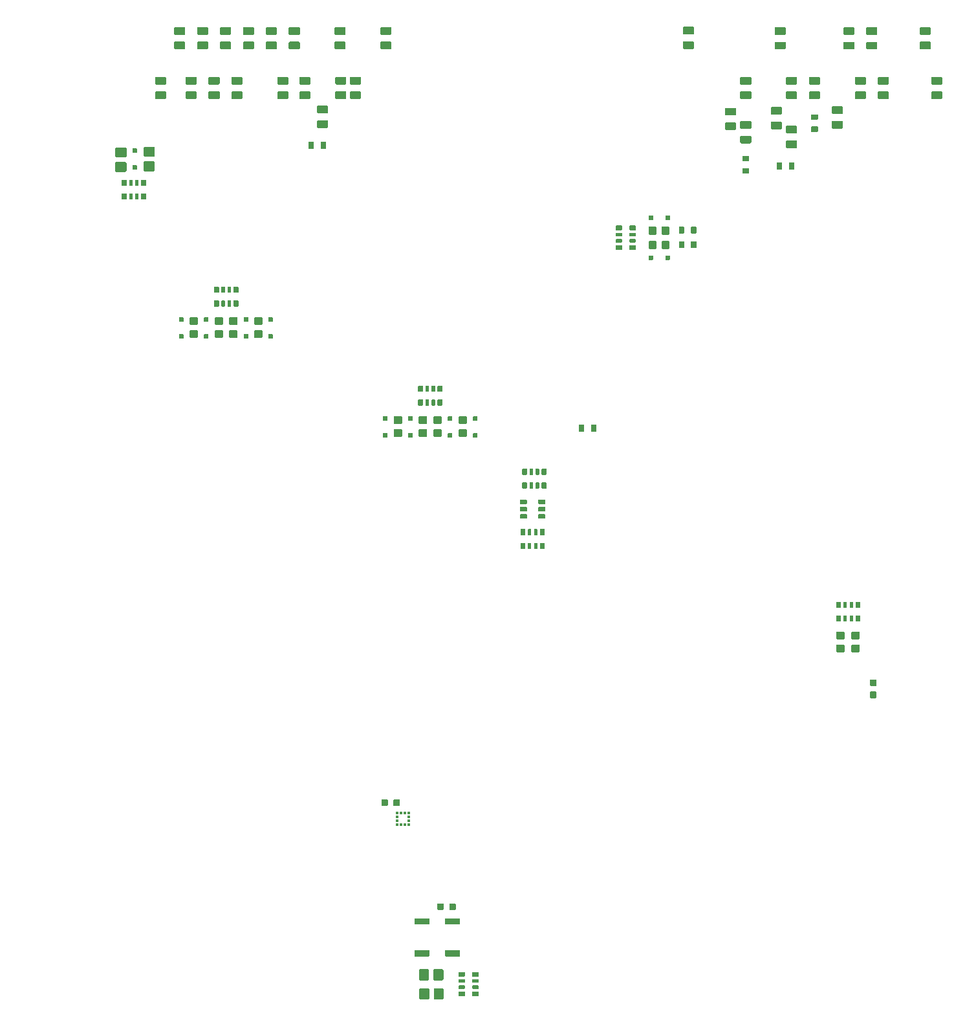
<source format=gtp>
G04 #@! TF.GenerationSoftware,KiCad,Pcbnew,(5.99.0-10200-gdf5f010514)*
G04 #@! TF.CreationDate,2021-04-10T18:58:19+03:00*
G04 #@! TF.ProjectId,hellen64_miataNA6_94,68656c6c-656e-4363-945f-6d696174614e,R0.4*
G04 #@! TF.SameCoordinates,PX1406f40PYa852d20*
G04 #@! TF.FileFunction,Paste,Top*
G04 #@! TF.FilePolarity,Positive*
%FSLAX46Y46*%
G04 Gerber Fmt 4.6, Leading zero omitted, Abs format (unit mm)*
G04 Created by KiCad (PCBNEW (5.99.0-10200-gdf5f010514)) date 2021-04-10 18:58:19*
%MOMM*%
%LPD*%
G01*
G04 APERTURE LIST*
%ADD10O,0.000001X0.000001*%
%ADD11R,0.375000X0.350000*%
%ADD12R,0.350000X0.375000*%
G04 APERTURE END LIST*
G04 #@! TO.C,R23*
G36*
G01*
X52161360Y120410880D02*
X52161360Y121190880D01*
G75*
G02*
X52231360Y121260880I70000J0D01*
G01*
X52791360Y121260880D01*
G75*
G02*
X52861360Y121190880I0J-70000D01*
G01*
X52861360Y120410880D01*
G75*
G02*
X52791360Y120340880I-70000J0D01*
G01*
X52231360Y120340880D01*
G75*
G02*
X52161360Y120410880I0J70000D01*
G01*
G37*
G36*
G01*
X53761360Y120410880D02*
X53761360Y121190880D01*
G75*
G02*
X53831360Y121260880I70000J0D01*
G01*
X54391360Y121260880D01*
G75*
G02*
X54461360Y121190880I0J-70000D01*
G01*
X54461360Y120410880D01*
G75*
G02*
X54391360Y120340880I-70000J0D01*
G01*
X53831360Y120340880D01*
G75*
G02*
X53761360Y120410880I0J70000D01*
G01*
G37*
G04 #@! TD*
G04 #@! TO.C,R22*
G36*
G01*
X113460960Y117705000D02*
X113460960Y118485000D01*
G75*
G02*
X113530960Y118555000I70000J0D01*
G01*
X114090960Y118555000D01*
G75*
G02*
X114160960Y118485000I0J-70000D01*
G01*
X114160960Y117705000D01*
G75*
G02*
X114090960Y117635000I-70000J0D01*
G01*
X113530960Y117635000D01*
G75*
G02*
X113460960Y117705000I0J70000D01*
G01*
G37*
G36*
G01*
X115060960Y117705000D02*
X115060960Y118485000D01*
G75*
G02*
X115130960Y118555000I70000J0D01*
G01*
X115690960Y118555000D01*
G75*
G02*
X115760960Y118485000I0J-70000D01*
G01*
X115760960Y117705000D01*
G75*
G02*
X115690960Y117635000I-70000J0D01*
G01*
X115130960Y117635000D01*
G75*
G02*
X115060960Y117705000I0J70000D01*
G01*
G37*
G04 #@! TD*
G04 #@! TO.C,R21*
G36*
G01*
X109800960Y117100001D02*
X109020960Y117100001D01*
G75*
G02*
X108950960Y117170001I0J70000D01*
G01*
X108950960Y117730001D01*
G75*
G02*
X109020960Y117800001I70000J0D01*
G01*
X109800960Y117800001D01*
G75*
G02*
X109870960Y117730001I0J-70000D01*
G01*
X109870960Y117170001D01*
G75*
G02*
X109800960Y117100001I-70000J0D01*
G01*
G37*
G36*
G01*
X109800960Y118700001D02*
X109020960Y118700001D01*
G75*
G02*
X108950960Y118770001I0J70000D01*
G01*
X108950960Y119330001D01*
G75*
G02*
X109020960Y119400001I70000J0D01*
G01*
X109800960Y119400001D01*
G75*
G02*
X109870960Y119330001I0J-70000D01*
G01*
X109870960Y118770001D01*
G75*
G02*
X109800960Y118700001I-70000J0D01*
G01*
G37*
G04 #@! TD*
D10*
G04 #@! TO.C,M4*
X90066859Y11639724D03*
X82316867Y25189707D03*
X83086861Y10364690D03*
G04 #@! TD*
G04 #@! TO.C,R8*
G36*
G01*
X80136360Y75965880D02*
X80136360Y76635880D01*
G75*
G02*
X80201360Y76700880I65000J0D01*
G01*
X80721360Y76700880D01*
G75*
G02*
X80786360Y76635880I0J-65000D01*
G01*
X80786360Y75965880D01*
G75*
G02*
X80721360Y75900880I-65000J0D01*
G01*
X80201360Y75900880D01*
G75*
G02*
X80136360Y75965880I0J65000D01*
G01*
G37*
G36*
G01*
X81111360Y75945880D02*
X81111360Y76655880D01*
G75*
G02*
X81156360Y76700880I45000J0D01*
G01*
X81516360Y76700880D01*
G75*
G02*
X81561360Y76655880I0J-45000D01*
G01*
X81561360Y75945880D01*
G75*
G02*
X81516360Y75900880I-45000J0D01*
G01*
X81156360Y75900880D01*
G75*
G02*
X81111360Y75945880I0J45000D01*
G01*
G37*
G36*
G01*
X81911360Y75945880D02*
X81911360Y76655880D01*
G75*
G02*
X81956360Y76700880I45000J0D01*
G01*
X82316360Y76700880D01*
G75*
G02*
X82361360Y76655880I0J-45000D01*
G01*
X82361360Y75945880D01*
G75*
G02*
X82316360Y75900880I-45000J0D01*
G01*
X81956360Y75900880D01*
G75*
G02*
X81911360Y75945880I0J45000D01*
G01*
G37*
G36*
G01*
X82686360Y75965880D02*
X82686360Y76635880D01*
G75*
G02*
X82751360Y76700880I65000J0D01*
G01*
X83271360Y76700880D01*
G75*
G02*
X83336360Y76635880I0J-65000D01*
G01*
X83336360Y75965880D01*
G75*
G02*
X83271360Y75900880I-65000J0D01*
G01*
X82751360Y75900880D01*
G75*
G02*
X82686360Y75965880I0J65000D01*
G01*
G37*
G36*
G01*
X82686360Y77765880D02*
X82686360Y78435880D01*
G75*
G02*
X82751360Y78500880I65000J0D01*
G01*
X83271360Y78500880D01*
G75*
G02*
X83336360Y78435880I0J-65000D01*
G01*
X83336360Y77765880D01*
G75*
G02*
X83271360Y77700880I-65000J0D01*
G01*
X82751360Y77700880D01*
G75*
G02*
X82686360Y77765880I0J65000D01*
G01*
G37*
G36*
G01*
X81911360Y77745880D02*
X81911360Y78455880D01*
G75*
G02*
X81956360Y78500880I45000J0D01*
G01*
X82316360Y78500880D01*
G75*
G02*
X82361360Y78455880I0J-45000D01*
G01*
X82361360Y77745880D01*
G75*
G02*
X82316360Y77700880I-45000J0D01*
G01*
X81956360Y77700880D01*
G75*
G02*
X81911360Y77745880I0J45000D01*
G01*
G37*
G36*
G01*
X81111360Y77745880D02*
X81111360Y78455880D01*
G75*
G02*
X81156360Y78500880I45000J0D01*
G01*
X81516360Y78500880D01*
G75*
G02*
X81561360Y78455880I0J-45000D01*
G01*
X81561360Y77745880D01*
G75*
G02*
X81516360Y77700880I-45000J0D01*
G01*
X81156360Y77700880D01*
G75*
G02*
X81111360Y77745880I0J45000D01*
G01*
G37*
G36*
G01*
X80136360Y77765880D02*
X80136360Y78435880D01*
G75*
G02*
X80201360Y78500880I65000J0D01*
G01*
X80721360Y78500880D01*
G75*
G02*
X80786360Y78435880I0J-65000D01*
G01*
X80786360Y77765880D01*
G75*
G02*
X80721360Y77700880I-65000J0D01*
G01*
X80201360Y77700880D01*
G75*
G02*
X80136360Y77765880I0J65000D01*
G01*
G37*
G04 #@! TD*
G04 #@! TO.C,R32*
G36*
G01*
X52325700Y126849999D02*
X51075700Y126849999D01*
G75*
G02*
X50975700Y126949999I0J100000D01*
G01*
X50975700Y127749999D01*
G75*
G02*
X51075700Y127849999I100000J0D01*
G01*
X52325700Y127849999D01*
G75*
G02*
X52425700Y127749999I0J-100000D01*
G01*
X52425700Y126949999D01*
G75*
G02*
X52325700Y126849999I-100000J0D01*
G01*
G37*
G36*
G01*
X52325700Y128750021D02*
X51075700Y128750021D01*
G75*
G02*
X50975700Y128850021I0J100000D01*
G01*
X50975700Y129650021D01*
G75*
G02*
X51075700Y129750021I100000J0D01*
G01*
X52325700Y129750021D01*
G75*
G02*
X52425700Y129650021I0J-100000D01*
G01*
X52425700Y128850021D01*
G75*
G02*
X52325700Y128750021I-100000J0D01*
G01*
G37*
G04 #@! TD*
G04 #@! TO.C,R2*
G36*
G01*
X74364360Y9479880D02*
X73694360Y9479880D01*
G75*
G02*
X73629360Y9544880I0J65000D01*
G01*
X73629360Y10064880D01*
G75*
G02*
X73694360Y10129880I65000J0D01*
G01*
X74364360Y10129880D01*
G75*
G02*
X74429360Y10064880I0J-65000D01*
G01*
X74429360Y9544880D01*
G75*
G02*
X74364360Y9479880I-65000J0D01*
G01*
G37*
G36*
G01*
X74384360Y10454880D02*
X73674360Y10454880D01*
G75*
G02*
X73629360Y10499880I0J45000D01*
G01*
X73629360Y10859880D01*
G75*
G02*
X73674360Y10904880I45000J0D01*
G01*
X74384360Y10904880D01*
G75*
G02*
X74429360Y10859880I0J-45000D01*
G01*
X74429360Y10499880D01*
G75*
G02*
X74384360Y10454880I-45000J0D01*
G01*
G37*
G36*
G01*
X74384360Y11254880D02*
X73674360Y11254880D01*
G75*
G02*
X73629360Y11299880I0J45000D01*
G01*
X73629360Y11659880D01*
G75*
G02*
X73674360Y11704880I45000J0D01*
G01*
X74384360Y11704880D01*
G75*
G02*
X74429360Y11659880I0J-45000D01*
G01*
X74429360Y11299880D01*
G75*
G02*
X74384360Y11254880I-45000J0D01*
G01*
G37*
G36*
G01*
X74364360Y12029880D02*
X73694360Y12029880D01*
G75*
G02*
X73629360Y12094880I0J65000D01*
G01*
X73629360Y12614880D01*
G75*
G02*
X73694360Y12679880I65000J0D01*
G01*
X74364360Y12679880D01*
G75*
G02*
X74429360Y12614880I0J-65000D01*
G01*
X74429360Y12094880D01*
G75*
G02*
X74364360Y12029880I-65000J0D01*
G01*
G37*
G36*
G01*
X72564360Y12029880D02*
X71894360Y12029880D01*
G75*
G02*
X71829360Y12094880I0J65000D01*
G01*
X71829360Y12614880D01*
G75*
G02*
X71894360Y12679880I65000J0D01*
G01*
X72564360Y12679880D01*
G75*
G02*
X72629360Y12614880I0J-65000D01*
G01*
X72629360Y12094880D01*
G75*
G02*
X72564360Y12029880I-65000J0D01*
G01*
G37*
G36*
G01*
X72584360Y11254880D02*
X71874360Y11254880D01*
G75*
G02*
X71829360Y11299880I0J45000D01*
G01*
X71829360Y11659880D01*
G75*
G02*
X71874360Y11704880I45000J0D01*
G01*
X72584360Y11704880D01*
G75*
G02*
X72629360Y11659880I0J-45000D01*
G01*
X72629360Y11299880D01*
G75*
G02*
X72584360Y11254880I-45000J0D01*
G01*
G37*
G36*
G01*
X72584360Y10454880D02*
X71874360Y10454880D01*
G75*
G02*
X71829360Y10499880I0J45000D01*
G01*
X71829360Y10859880D01*
G75*
G02*
X71874360Y10904880I45000J0D01*
G01*
X72584360Y10904880D01*
G75*
G02*
X72629360Y10859880I0J-45000D01*
G01*
X72629360Y10499880D01*
G75*
G02*
X72584360Y10454880I-45000J0D01*
G01*
G37*
G36*
G01*
X72564360Y9479880D02*
X71894360Y9479880D01*
G75*
G02*
X71829360Y9544880I0J65000D01*
G01*
X71829360Y10064880D01*
G75*
G02*
X71894360Y10129880I65000J0D01*
G01*
X72564360Y10129880D01*
G75*
G02*
X72629360Y10064880I0J-65000D01*
G01*
X72629360Y9544880D01*
G75*
G02*
X72564360Y9479880I-65000J0D01*
G01*
G37*
G04 #@! TD*
G04 #@! TO.C,R4*
G36*
G01*
X118010700Y124857060D02*
X118790700Y124857060D01*
G75*
G02*
X118860700Y124787060I0J-70000D01*
G01*
X118860700Y124227060D01*
G75*
G02*
X118790700Y124157060I-70000J0D01*
G01*
X118010700Y124157060D01*
G75*
G02*
X117940700Y124227060I0J70000D01*
G01*
X117940700Y124787060D01*
G75*
G02*
X118010700Y124857060I70000J0D01*
G01*
G37*
G36*
G01*
X118010700Y123257060D02*
X118790700Y123257060D01*
G75*
G02*
X118860700Y123187060I0J-70000D01*
G01*
X118860700Y122627060D01*
G75*
G02*
X118790700Y122557060I-70000J0D01*
G01*
X118010700Y122557060D01*
G75*
G02*
X117940700Y122627060I0J70000D01*
G01*
X117940700Y123187060D01*
G75*
G02*
X118010700Y123257060I70000J0D01*
G01*
G37*
G04 #@! TD*
G04 #@! TO.C,C3*
G36*
G01*
X61705958Y34460000D02*
X61705958Y35140000D01*
G75*
G02*
X61790958Y35225000I85000J0D01*
G01*
X62470958Y35225000D01*
G75*
G02*
X62555958Y35140000I0J-85000D01*
G01*
X62555958Y34460000D01*
G75*
G02*
X62470958Y34375000I-85000J0D01*
G01*
X61790958Y34375000D01*
G75*
G02*
X61705958Y34460000I0J85000D01*
G01*
G37*
G36*
G01*
X63285960Y34460000D02*
X63285960Y35140000D01*
G75*
G02*
X63370960Y35225000I85000J0D01*
G01*
X64050960Y35225000D01*
G75*
G02*
X64135960Y35140000I0J-85000D01*
G01*
X64135960Y34460000D01*
G75*
G02*
X64050960Y34375000I-85000J0D01*
G01*
X63370960Y34375000D01*
G75*
G02*
X63285960Y34460000I0J85000D01*
G01*
G37*
G04 #@! TD*
G04 #@! TO.C,R11*
G36*
G01*
X114785960Y123340001D02*
X116035960Y123340001D01*
G75*
G02*
X116135960Y123240001I0J-100000D01*
G01*
X116135960Y122440001D01*
G75*
G02*
X116035960Y122340001I-100000J0D01*
G01*
X114785960Y122340001D01*
G75*
G02*
X114685960Y122440001I0J100000D01*
G01*
X114685960Y123240001D01*
G75*
G02*
X114785960Y123340001I100000J0D01*
G01*
G37*
G36*
G01*
X114785960Y121439979D02*
X116035960Y121439979D01*
G75*
G02*
X116135960Y121339979I0J-100000D01*
G01*
X116135960Y120539979D01*
G75*
G02*
X116035960Y120439979I-100000J0D01*
G01*
X114785960Y120439979D01*
G75*
G02*
X114685960Y120539979I0J100000D01*
G01*
X114685960Y121339979D01*
G75*
G02*
X114785960Y121439979I100000J0D01*
G01*
G37*
G04 #@! TD*
G04 #@! TO.C,R41*
G36*
G01*
X37435960Y126849999D02*
X36185960Y126849999D01*
G75*
G02*
X36085960Y126949999I0J100000D01*
G01*
X36085960Y127749999D01*
G75*
G02*
X36185960Y127849999I100000J0D01*
G01*
X37435960Y127849999D01*
G75*
G02*
X37535960Y127749999I0J-100000D01*
G01*
X37535960Y126949999D01*
G75*
G02*
X37435960Y126849999I-100000J0D01*
G01*
G37*
G36*
G01*
X37435960Y128750021D02*
X36185960Y128750021D01*
G75*
G02*
X36085960Y128850021I0J100000D01*
G01*
X36085960Y129650021D01*
G75*
G02*
X36185960Y129750021I100000J0D01*
G01*
X37435960Y129750021D01*
G75*
G02*
X37535960Y129650021I0J-100000D01*
G01*
X37535960Y128850021D01*
G75*
G02*
X37435960Y128750021I-100000J0D01*
G01*
G37*
G04 #@! TD*
G04 #@! TO.C,M5*
X57343319Y74116375D03*
G04 #@! TD*
G04 #@! TO.C,R36*
G36*
G01*
X41935960Y133349999D02*
X40685960Y133349999D01*
G75*
G02*
X40585960Y133449999I0J100000D01*
G01*
X40585960Y134249999D01*
G75*
G02*
X40685960Y134349999I100000J0D01*
G01*
X41935960Y134349999D01*
G75*
G02*
X42035960Y134249999I0J-100000D01*
G01*
X42035960Y133449999D01*
G75*
G02*
X41935960Y133349999I-100000J0D01*
G01*
G37*
G36*
G01*
X41935960Y135250021D02*
X40685960Y135250021D01*
G75*
G02*
X40585960Y135350021I0J100000D01*
G01*
X40585960Y136150021D01*
G75*
G02*
X40685960Y136250021I100000J0D01*
G01*
X41935960Y136250021D01*
G75*
G02*
X42035960Y136150021I0J-100000D01*
G01*
X42035960Y135350021D01*
G75*
G02*
X41935960Y135250021I-100000J0D01*
G01*
G37*
G04 #@! TD*
G04 #@! TO.C,D1*
G36*
G01*
X67979339Y10424880D02*
X67979339Y9184880D01*
G75*
G02*
X67849339Y9054880I-130000J0D01*
G01*
X66809339Y9054880D01*
G75*
G02*
X66679339Y9184880I0J130000D01*
G01*
X66679339Y10424880D01*
G75*
G02*
X66809339Y10554880I130000J0D01*
G01*
X67849339Y10554880D01*
G75*
G02*
X67979339Y10424880I0J-130000D01*
G01*
G37*
G36*
G01*
X69879360Y10424880D02*
X69879360Y9184880D01*
G75*
G02*
X69749360Y9054880I-130000J0D01*
G01*
X68709360Y9054880D01*
G75*
G02*
X68579360Y9184880I0J130000D01*
G01*
X68579360Y10424880D01*
G75*
G02*
X68709360Y10554880I130000J0D01*
G01*
X69749360Y10554880D01*
G75*
G02*
X69879360Y10424880I0J-130000D01*
G01*
G37*
G04 #@! TD*
G04 #@! TO.C,R48*
G36*
G01*
X110035960Y126844999D02*
X108785960Y126844999D01*
G75*
G02*
X108685960Y126944999I0J100000D01*
G01*
X108685960Y127744999D01*
G75*
G02*
X108785960Y127844999I100000J0D01*
G01*
X110035960Y127844999D01*
G75*
G02*
X110135960Y127744999I0J-100000D01*
G01*
X110135960Y126944999D01*
G75*
G02*
X110035960Y126844999I-100000J0D01*
G01*
G37*
G36*
G01*
X110035960Y128745021D02*
X108785960Y128745021D01*
G75*
G02*
X108685960Y128845021I0J100000D01*
G01*
X108685960Y129645021D01*
G75*
G02*
X108785960Y129745021I100000J0D01*
G01*
X110035960Y129745021D01*
G75*
G02*
X110135960Y129645021I0J-100000D01*
G01*
X110135960Y128845021D01*
G75*
G02*
X110035960Y128745021I-100000J0D01*
G01*
G37*
G04 #@! TD*
G04 #@! TO.C,D15*
G36*
G01*
X62510209Y85290750D02*
X62510209Y84810750D01*
G75*
G02*
X62450209Y84750750I-60000J0D01*
G01*
X61970209Y84750750D01*
G75*
G02*
X61910209Y84810750I0J60000D01*
G01*
X61910209Y85290750D01*
G75*
G02*
X61970209Y85350750I60000J0D01*
G01*
X62450209Y85350750D01*
G75*
G02*
X62510209Y85290750I0J-60000D01*
G01*
G37*
G36*
G01*
X62510209Y83090750D02*
X62510209Y82610750D01*
G75*
G02*
X62450209Y82550750I-60000J0D01*
G01*
X61970209Y82550750D01*
G75*
G02*
X61910209Y82610750I0J60000D01*
G01*
X61910209Y83090750D01*
G75*
G02*
X61970209Y83150750I60000J0D01*
G01*
X62450209Y83150750D01*
G75*
G02*
X62510209Y83090750I0J-60000D01*
G01*
G37*
G04 #@! TD*
G04 #@! TO.C,C1*
G36*
G01*
X69024358Y20864880D02*
X69024358Y21544880D01*
G75*
G02*
X69109358Y21629880I85000J0D01*
G01*
X69789358Y21629880D01*
G75*
G02*
X69874358Y21544880I0J-85000D01*
G01*
X69874358Y20864880D01*
G75*
G02*
X69789358Y20779880I-85000J0D01*
G01*
X69109358Y20779880D01*
G75*
G02*
X69024358Y20864880I0J85000D01*
G01*
G37*
G36*
G01*
X70604360Y20864880D02*
X70604360Y21544880D01*
G75*
G02*
X70689360Y21629880I85000J0D01*
G01*
X71369360Y21629880D01*
G75*
G02*
X71454360Y21544880I0J-85000D01*
G01*
X71454360Y20864880D01*
G75*
G02*
X71369360Y20779880I-85000J0D01*
G01*
X70689360Y20779880D01*
G75*
G02*
X70604360Y20864880I0J85000D01*
G01*
G37*
G04 #@! TD*
G04 #@! TO.C,S1*
G36*
G01*
X66109360Y19704881D02*
X67949360Y19704881D01*
G75*
G02*
X68029360Y19624881I0J-80000D01*
G01*
X68029360Y18984881D01*
G75*
G02*
X67949360Y18904881I-80000J0D01*
G01*
X66109360Y18904881D01*
G75*
G02*
X66029360Y18984881I0J80000D01*
G01*
X66029360Y19624881D01*
G75*
G02*
X66109360Y19704881I80000J0D01*
G01*
G37*
G36*
G01*
X66109360Y15504880D02*
X67949360Y15504880D01*
G75*
G02*
X68029360Y15424880I0J-80000D01*
G01*
X68029360Y14784880D01*
G75*
G02*
X67949360Y14704880I-80000J0D01*
G01*
X66109360Y14704880D01*
G75*
G02*
X66029360Y14784880I0J80000D01*
G01*
X66029360Y15424880D01*
G75*
G02*
X66109360Y15504880I80000J0D01*
G01*
G37*
G04 #@! TD*
G04 #@! TO.C,D6*
G36*
G01*
X71910211Y85350749D02*
X72810211Y85350749D01*
G75*
G02*
X72910211Y85250749I0J-100000D01*
G01*
X72910211Y84450749D01*
G75*
G02*
X72810211Y84350749I-100000J0D01*
G01*
X71910211Y84350749D01*
G75*
G02*
X71810211Y84450749I0J100000D01*
G01*
X71810211Y85250749D01*
G75*
G02*
X71910211Y85350749I100000J0D01*
G01*
G37*
G36*
G01*
X71910211Y83650749D02*
X72810211Y83650749D01*
G75*
G02*
X72910211Y83550749I0J-100000D01*
G01*
X72910211Y82750749D01*
G75*
G02*
X72810211Y82650749I-100000J0D01*
G01*
X71910211Y82650749D01*
G75*
G02*
X71810211Y82750749I0J100000D01*
G01*
X71810211Y83550749D01*
G75*
G02*
X71910211Y83650749I100000J0D01*
G01*
G37*
G04 #@! TD*
G04 #@! TO.C,R24*
G36*
G01*
X108035960Y122795000D02*
X106785960Y122795000D01*
G75*
G02*
X106685960Y122895000I0J100000D01*
G01*
X106685960Y123695000D01*
G75*
G02*
X106785960Y123795000I100000J0D01*
G01*
X108035960Y123795000D01*
G75*
G02*
X108135960Y123695000I0J-100000D01*
G01*
X108135960Y122895000D01*
G75*
G02*
X108035960Y122795000I-100000J0D01*
G01*
G37*
G36*
G01*
X108035960Y124695022D02*
X106785960Y124695022D01*
G75*
G02*
X106685960Y124795022I0J100000D01*
G01*
X106685960Y125595022D01*
G75*
G02*
X106785960Y125695022I100000J0D01*
G01*
X108035960Y125695022D01*
G75*
G02*
X108135960Y125595022I0J-100000D01*
G01*
X108135960Y124795022D01*
G75*
G02*
X108035960Y124695022I-100000J0D01*
G01*
G37*
G04 #@! TD*
G04 #@! TO.C,R33*
G36*
G01*
X47935960Y133349999D02*
X46685960Y133349999D01*
G75*
G02*
X46585960Y133449999I0J100000D01*
G01*
X46585960Y134249999D01*
G75*
G02*
X46685960Y134349999I100000J0D01*
G01*
X47935960Y134349999D01*
G75*
G02*
X48035960Y134249999I0J-100000D01*
G01*
X48035960Y133449999D01*
G75*
G02*
X47935960Y133349999I-100000J0D01*
G01*
G37*
G36*
G01*
X47935960Y135250021D02*
X46685960Y135250021D01*
G75*
G02*
X46585960Y135350021I0J100000D01*
G01*
X46585960Y136150021D01*
G75*
G02*
X46685960Y136250021I100000J0D01*
G01*
X47935960Y136250021D01*
G75*
G02*
X48035960Y136150021I0J-100000D01*
G01*
X48035960Y135350021D01*
G75*
G02*
X47935960Y135250021I-100000J0D01*
G01*
G37*
G04 #@! TD*
G04 #@! TO.C,D12*
G36*
G01*
X74297706Y85289251D02*
X74297706Y84809251D01*
G75*
G02*
X74237706Y84749251I-60000J0D01*
G01*
X73757706Y84749251D01*
G75*
G02*
X73697706Y84809251I0J60000D01*
G01*
X73697706Y85289251D01*
G75*
G02*
X73757706Y85349251I60000J0D01*
G01*
X74237706Y85349251D01*
G75*
G02*
X74297706Y85289251I0J-60000D01*
G01*
G37*
G36*
G01*
X74297706Y83089251D02*
X74297706Y82609251D01*
G75*
G02*
X74237706Y82549251I-60000J0D01*
G01*
X73757706Y82549251D01*
G75*
G02*
X73697706Y82609251I0J60000D01*
G01*
X73697706Y83089251D01*
G75*
G02*
X73757706Y83149251I60000J0D01*
G01*
X74237706Y83149251D01*
G75*
G02*
X74297706Y83089251I0J-60000D01*
G01*
G37*
G04 #@! TD*
G04 #@! TO.C,R42*
G36*
G01*
X33435960Y126849999D02*
X32185960Y126849999D01*
G75*
G02*
X32085960Y126949999I0J100000D01*
G01*
X32085960Y127749999D01*
G75*
G02*
X32185960Y127849999I100000J0D01*
G01*
X33435960Y127849999D01*
G75*
G02*
X33535960Y127749999I0J-100000D01*
G01*
X33535960Y126949999D01*
G75*
G02*
X33435960Y126849999I-100000J0D01*
G01*
G37*
G36*
G01*
X33435960Y128750021D02*
X32185960Y128750021D01*
G75*
G02*
X32085960Y128850021I0J100000D01*
G01*
X32085960Y129650021D01*
G75*
G02*
X32185960Y129750021I100000J0D01*
G01*
X33435960Y129750021D01*
G75*
G02*
X33535960Y129650021I0J-100000D01*
G01*
X33535960Y128850021D01*
G75*
G02*
X33435960Y128750021I-100000J0D01*
G01*
G37*
G04 #@! TD*
G04 #@! TO.C,D22*
G36*
G01*
X39087497Y98238501D02*
X39087497Y97758501D01*
G75*
G02*
X39027497Y97698501I-60000J0D01*
G01*
X38547497Y97698501D01*
G75*
G02*
X38487497Y97758501I0J60000D01*
G01*
X38487497Y98238501D01*
G75*
G02*
X38547497Y98298501I60000J0D01*
G01*
X39027497Y98298501D01*
G75*
G02*
X39087497Y98238501I0J-60000D01*
G01*
G37*
G36*
G01*
X39087497Y96038501D02*
X39087497Y95558501D01*
G75*
G02*
X39027497Y95498501I-60000J0D01*
G01*
X38547497Y95498501D01*
G75*
G02*
X38487497Y95558501I0J60000D01*
G01*
X38487497Y96038501D01*
G75*
G02*
X38547497Y96098501I60000J0D01*
G01*
X39027497Y96098501D01*
G75*
G02*
X39087497Y96038501I0J-60000D01*
G01*
G37*
G04 #@! TD*
G04 #@! TO.C,D11*
G36*
G01*
X31930960Y119300021D02*
X30690960Y119300021D01*
G75*
G02*
X30560960Y119430021I0J130000D01*
G01*
X30560960Y120470021D01*
G75*
G02*
X30690960Y120600021I130000J0D01*
G01*
X31930960Y120600021D01*
G75*
G02*
X32060960Y120470021I0J-130000D01*
G01*
X32060960Y119430021D01*
G75*
G02*
X31930960Y119300021I-130000J0D01*
G01*
G37*
G36*
G01*
X31930960Y117400000D02*
X30690960Y117400000D01*
G75*
G02*
X30560960Y117530000I0J130000D01*
G01*
X30560960Y118570000D01*
G75*
G02*
X30690960Y118700000I130000J0D01*
G01*
X31930960Y118700000D01*
G75*
G02*
X32060960Y118570000I0J-130000D01*
G01*
X32060960Y117530000D01*
G75*
G02*
X31930960Y117400000I-130000J0D01*
G01*
G37*
G04 #@! TD*
G04 #@! TO.C,R6*
G36*
G01*
X69710209Y89285750D02*
X69710209Y88615750D01*
G75*
G02*
X69645209Y88550750I-65000J0D01*
G01*
X69125209Y88550750D01*
G75*
G02*
X69060209Y88615750I0J65000D01*
G01*
X69060209Y89285750D01*
G75*
G02*
X69125209Y89350750I65000J0D01*
G01*
X69645209Y89350750D01*
G75*
G02*
X69710209Y89285750I0J-65000D01*
G01*
G37*
G36*
G01*
X68735209Y89305750D02*
X68735209Y88595750D01*
G75*
G02*
X68690209Y88550750I-45000J0D01*
G01*
X68330209Y88550750D01*
G75*
G02*
X68285209Y88595750I0J45000D01*
G01*
X68285209Y89305750D01*
G75*
G02*
X68330209Y89350750I45000J0D01*
G01*
X68690209Y89350750D01*
G75*
G02*
X68735209Y89305750I0J-45000D01*
G01*
G37*
G36*
G01*
X67935209Y89305750D02*
X67935209Y88595750D01*
G75*
G02*
X67890209Y88550750I-45000J0D01*
G01*
X67530209Y88550750D01*
G75*
G02*
X67485209Y88595750I0J45000D01*
G01*
X67485209Y89305750D01*
G75*
G02*
X67530209Y89350750I45000J0D01*
G01*
X67890209Y89350750D01*
G75*
G02*
X67935209Y89305750I0J-45000D01*
G01*
G37*
G36*
G01*
X67160209Y89285750D02*
X67160209Y88615750D01*
G75*
G02*
X67095209Y88550750I-65000J0D01*
G01*
X66575209Y88550750D01*
G75*
G02*
X66510209Y88615750I0J65000D01*
G01*
X66510209Y89285750D01*
G75*
G02*
X66575209Y89350750I65000J0D01*
G01*
X67095209Y89350750D01*
G75*
G02*
X67160209Y89285750I0J-65000D01*
G01*
G37*
G36*
G01*
X67160209Y87485750D02*
X67160209Y86815750D01*
G75*
G02*
X67095209Y86750750I-65000J0D01*
G01*
X66575209Y86750750D01*
G75*
G02*
X66510209Y86815750I0J65000D01*
G01*
X66510209Y87485750D01*
G75*
G02*
X66575209Y87550750I65000J0D01*
G01*
X67095209Y87550750D01*
G75*
G02*
X67160209Y87485750I0J-65000D01*
G01*
G37*
G36*
G01*
X67935209Y87505750D02*
X67935209Y86795750D01*
G75*
G02*
X67890209Y86750750I-45000J0D01*
G01*
X67530209Y86750750D01*
G75*
G02*
X67485209Y86795750I0J45000D01*
G01*
X67485209Y87505750D01*
G75*
G02*
X67530209Y87550750I45000J0D01*
G01*
X67890209Y87550750D01*
G75*
G02*
X67935209Y87505750I0J-45000D01*
G01*
G37*
G36*
G01*
X68735209Y87505750D02*
X68735209Y86795750D01*
G75*
G02*
X68690209Y86750750I-45000J0D01*
G01*
X68330209Y86750750D01*
G75*
G02*
X68285209Y86795750I0J45000D01*
G01*
X68285209Y87505750D01*
G75*
G02*
X68330209Y87550750I45000J0D01*
G01*
X68690209Y87550750D01*
G75*
G02*
X68735209Y87505750I0J-45000D01*
G01*
G37*
G36*
G01*
X69710209Y87485750D02*
X69710209Y86815750D01*
G75*
G02*
X69645209Y86750750I-65000J0D01*
G01*
X69125209Y86750750D01*
G75*
G02*
X69060209Y86815750I0J65000D01*
G01*
X69060209Y87485750D01*
G75*
G02*
X69125209Y87550750I65000J0D01*
G01*
X69645209Y87550750D01*
G75*
G02*
X69710209Y87485750I0J-65000D01*
G01*
G37*
G04 #@! TD*
G04 #@! TO.C,R43*
G36*
G01*
X123535960Y133344999D02*
X122285960Y133344999D01*
G75*
G02*
X122185960Y133444999I0J100000D01*
G01*
X122185960Y134244999D01*
G75*
G02*
X122285960Y134344999I100000J0D01*
G01*
X123535960Y134344999D01*
G75*
G02*
X123635960Y134244999I0J-100000D01*
G01*
X123635960Y133444999D01*
G75*
G02*
X123535960Y133344999I-100000J0D01*
G01*
G37*
G36*
G01*
X123535960Y135245021D02*
X122285960Y135245021D01*
G75*
G02*
X122185960Y135345021I0J100000D01*
G01*
X122185960Y136145021D01*
G75*
G02*
X122285960Y136245021I100000J0D01*
G01*
X123535960Y136245021D01*
G75*
G02*
X123635960Y136145021I0J-100000D01*
G01*
X123635960Y135345021D01*
G75*
G02*
X123535960Y135245021I-100000J0D01*
G01*
G37*
G04 #@! TD*
G04 #@! TO.C,D30*
G36*
G01*
X96760700Y106394557D02*
X97240700Y106394557D01*
G75*
G02*
X97300700Y106334557I0J-60000D01*
G01*
X97300700Y105854557D01*
G75*
G02*
X97240700Y105794557I-60000J0D01*
G01*
X96760700Y105794557D01*
G75*
G02*
X96700700Y105854557I0J60000D01*
G01*
X96700700Y106334557D01*
G75*
G02*
X96760700Y106394557I60000J0D01*
G01*
G37*
G36*
G01*
X98960700Y106394557D02*
X99440700Y106394557D01*
G75*
G02*
X99500700Y106334557I0J-60000D01*
G01*
X99500700Y105854557D01*
G75*
G02*
X99440700Y105794557I-60000J0D01*
G01*
X98960700Y105794557D01*
G75*
G02*
X98900700Y105854557I0J60000D01*
G01*
X98900700Y106334557D01*
G75*
G02*
X98960700Y106394557I60000J0D01*
G01*
G37*
G04 #@! TD*
G04 #@! TO.C,R45*
G36*
G01*
X119035960Y126844999D02*
X117785960Y126844999D01*
G75*
G02*
X117685960Y126944999I0J100000D01*
G01*
X117685960Y127744999D01*
G75*
G02*
X117785960Y127844999I100000J0D01*
G01*
X119035960Y127844999D01*
G75*
G02*
X119135960Y127744999I0J-100000D01*
G01*
X119135960Y126944999D01*
G75*
G02*
X119035960Y126844999I-100000J0D01*
G01*
G37*
G36*
G01*
X119035960Y128745021D02*
X117785960Y128745021D01*
G75*
G02*
X117685960Y128845021I0J100000D01*
G01*
X117685960Y129645021D01*
G75*
G02*
X117785960Y129745021I100000J0D01*
G01*
X119035960Y129745021D01*
G75*
G02*
X119135960Y129645021I0J-100000D01*
G01*
X119135960Y128845021D01*
G75*
G02*
X119035960Y128745021I-100000J0D01*
G01*
G37*
G04 #@! TD*
G04 #@! TO.C,M8*
X58457366Y103994560D03*
G04 #@! TD*
G04 #@! TO.C,R17*
G36*
G01*
X126535960Y133344999D02*
X125285960Y133344999D01*
G75*
G02*
X125185960Y133444999I0J100000D01*
G01*
X125185960Y134244999D01*
G75*
G02*
X125285960Y134344999I100000J0D01*
G01*
X126535960Y134344999D01*
G75*
G02*
X126635960Y134244999I0J-100000D01*
G01*
X126635960Y133444999D01*
G75*
G02*
X126535960Y133344999I-100000J0D01*
G01*
G37*
G36*
G01*
X126535960Y135245021D02*
X125285960Y135245021D01*
G75*
G02*
X125185960Y135345021I0J100000D01*
G01*
X125185960Y136145021D01*
G75*
G02*
X125285960Y136245021I100000J0D01*
G01*
X126535960Y136245021D01*
G75*
G02*
X126635960Y136145021I0J-100000D01*
G01*
X126635960Y135345021D01*
G75*
G02*
X126535960Y135245021I-100000J0D01*
G01*
G37*
G04 #@! TD*
G04 #@! TO.C,S2*
G36*
G01*
X70109360Y19704881D02*
X71949360Y19704881D01*
G75*
G02*
X72029360Y19624881I0J-80000D01*
G01*
X72029360Y18984881D01*
G75*
G02*
X71949360Y18904881I-80000J0D01*
G01*
X70109360Y18904881D01*
G75*
G02*
X70029360Y18984881I0J80000D01*
G01*
X70029360Y19624881D01*
G75*
G02*
X70109360Y19704881I80000J0D01*
G01*
G37*
G36*
G01*
X70109360Y15504880D02*
X71949360Y15504880D01*
G75*
G02*
X72029360Y15424880I0J-80000D01*
G01*
X72029360Y14784880D01*
G75*
G02*
X71949360Y14704880I-80000J0D01*
G01*
X70109360Y14704880D01*
G75*
G02*
X70029360Y14784880I0J80000D01*
G01*
X70029360Y15424880D01*
G75*
G02*
X70109360Y15504880I80000J0D01*
G01*
G37*
G04 #@! TD*
G04 #@! TO.C,R29*
G36*
G01*
X56935960Y133349999D02*
X55685960Y133349999D01*
G75*
G02*
X55585960Y133449999I0J100000D01*
G01*
X55585960Y134249999D01*
G75*
G02*
X55685960Y134349999I100000J0D01*
G01*
X56935960Y134349999D01*
G75*
G02*
X57035960Y134249999I0J-100000D01*
G01*
X57035960Y133449999D01*
G75*
G02*
X56935960Y133349999I-100000J0D01*
G01*
G37*
G36*
G01*
X56935960Y135250021D02*
X55685960Y135250021D01*
G75*
G02*
X55585960Y135350021I0J100000D01*
G01*
X55585960Y136150021D01*
G75*
G02*
X55685960Y136250021I100000J0D01*
G01*
X56935960Y136250021D01*
G75*
G02*
X57035960Y136150021I0J-100000D01*
G01*
X57035960Y135350021D01*
G75*
G02*
X56935960Y135250021I-100000J0D01*
G01*
G37*
G04 #@! TD*
G04 #@! TO.C,R40*
G36*
G01*
X35935960Y133349999D02*
X34685960Y133349999D01*
G75*
G02*
X34585960Y133449999I0J100000D01*
G01*
X34585960Y134249999D01*
G75*
G02*
X34685960Y134349999I100000J0D01*
G01*
X35935960Y134349999D01*
G75*
G02*
X36035960Y134249999I0J-100000D01*
G01*
X36035960Y133449999D01*
G75*
G02*
X35935960Y133349999I-100000J0D01*
G01*
G37*
G36*
G01*
X35935960Y135250021D02*
X34685960Y135250021D01*
G75*
G02*
X34585960Y135350021I0J100000D01*
G01*
X34585960Y136150021D01*
G75*
G02*
X34685960Y136250021I100000J0D01*
G01*
X35935960Y136250021D01*
G75*
G02*
X36035960Y136150021I0J-100000D01*
G01*
X36035960Y135350021D01*
G75*
G02*
X35935960Y135250021I-100000J0D01*
G01*
G37*
G04 #@! TD*
G04 #@! TO.C,D23*
G36*
G01*
X35800000Y98240000D02*
X35800000Y97760000D01*
G75*
G02*
X35740000Y97700000I-60000J0D01*
G01*
X35260000Y97700000D01*
G75*
G02*
X35200000Y97760000I0J60000D01*
G01*
X35200000Y98240000D01*
G75*
G02*
X35260000Y98300000I60000J0D01*
G01*
X35740000Y98300000D01*
G75*
G02*
X35800000Y98240000I0J-60000D01*
G01*
G37*
G36*
G01*
X35800000Y96040000D02*
X35800000Y95560000D01*
G75*
G02*
X35740000Y95500000I-60000J0D01*
G01*
X35260000Y95500000D01*
G75*
G02*
X35200000Y95560000I0J60000D01*
G01*
X35200000Y96040000D01*
G75*
G02*
X35260000Y96100000I60000J0D01*
G01*
X35740000Y96100000D01*
G75*
G02*
X35800000Y96040000I0J-60000D01*
G01*
G37*
G04 #@! TD*
G04 #@! TO.C,D26*
G36*
G01*
X96700701Y109207062D02*
X96700701Y110107062D01*
G75*
G02*
X96800701Y110207062I100000J0D01*
G01*
X97600701Y110207062D01*
G75*
G02*
X97700701Y110107062I0J-100000D01*
G01*
X97700701Y109207062D01*
G75*
G02*
X97600701Y109107062I-100000J0D01*
G01*
X96800701Y109107062D01*
G75*
G02*
X96700701Y109207062I0J100000D01*
G01*
G37*
G36*
G01*
X98400701Y109207062D02*
X98400701Y110107062D01*
G75*
G02*
X98500701Y110207062I100000J0D01*
G01*
X99300701Y110207062D01*
G75*
G02*
X99400701Y110107062I0J-100000D01*
G01*
X99400701Y109207062D01*
G75*
G02*
X99300701Y109107062I-100000J0D01*
G01*
X98500701Y109107062D01*
G75*
G02*
X98400701Y109207062I0J100000D01*
G01*
G37*
G04 #@! TD*
G04 #@! TO.C,R16*
G36*
G01*
X92465700Y110307060D02*
X93135700Y110307060D01*
G75*
G02*
X93200700Y110242060I0J-65000D01*
G01*
X93200700Y109722060D01*
G75*
G02*
X93135700Y109657060I-65000J0D01*
G01*
X92465700Y109657060D01*
G75*
G02*
X92400700Y109722060I0J65000D01*
G01*
X92400700Y110242060D01*
G75*
G02*
X92465700Y110307060I65000J0D01*
G01*
G37*
G36*
G01*
X92445700Y109332060D02*
X93155700Y109332060D01*
G75*
G02*
X93200700Y109287060I0J-45000D01*
G01*
X93200700Y108927060D01*
G75*
G02*
X93155700Y108882060I-45000J0D01*
G01*
X92445700Y108882060D01*
G75*
G02*
X92400700Y108927060I0J45000D01*
G01*
X92400700Y109287060D01*
G75*
G02*
X92445700Y109332060I45000J0D01*
G01*
G37*
G36*
G01*
X92445700Y108532060D02*
X93155700Y108532060D01*
G75*
G02*
X93200700Y108487060I0J-45000D01*
G01*
X93200700Y108127060D01*
G75*
G02*
X93155700Y108082060I-45000J0D01*
G01*
X92445700Y108082060D01*
G75*
G02*
X92400700Y108127060I0J45000D01*
G01*
X92400700Y108487060D01*
G75*
G02*
X92445700Y108532060I45000J0D01*
G01*
G37*
G36*
G01*
X92465700Y107757060D02*
X93135700Y107757060D01*
G75*
G02*
X93200700Y107692060I0J-65000D01*
G01*
X93200700Y107172060D01*
G75*
G02*
X93135700Y107107060I-65000J0D01*
G01*
X92465700Y107107060D01*
G75*
G02*
X92400700Y107172060I0J65000D01*
G01*
X92400700Y107692060D01*
G75*
G02*
X92465700Y107757060I65000J0D01*
G01*
G37*
G36*
G01*
X94265700Y107757060D02*
X94935700Y107757060D01*
G75*
G02*
X95000700Y107692060I0J-65000D01*
G01*
X95000700Y107172060D01*
G75*
G02*
X94935700Y107107060I-65000J0D01*
G01*
X94265700Y107107060D01*
G75*
G02*
X94200700Y107172060I0J65000D01*
G01*
X94200700Y107692060D01*
G75*
G02*
X94265700Y107757060I65000J0D01*
G01*
G37*
G36*
G01*
X94245700Y108532060D02*
X94955700Y108532060D01*
G75*
G02*
X95000700Y108487060I0J-45000D01*
G01*
X95000700Y108127060D01*
G75*
G02*
X94955700Y108082060I-45000J0D01*
G01*
X94245700Y108082060D01*
G75*
G02*
X94200700Y108127060I0J45000D01*
G01*
X94200700Y108487060D01*
G75*
G02*
X94245700Y108532060I45000J0D01*
G01*
G37*
G36*
G01*
X94245700Y109332060D02*
X94955700Y109332060D01*
G75*
G02*
X95000700Y109287060I0J-45000D01*
G01*
X95000700Y108927060D01*
G75*
G02*
X94955700Y108882060I-45000J0D01*
G01*
X94245700Y108882060D01*
G75*
G02*
X94200700Y108927060I0J45000D01*
G01*
X94200700Y109287060D01*
G75*
G02*
X94245700Y109332060I45000J0D01*
G01*
G37*
G36*
G01*
X94265700Y110307060D02*
X94935700Y110307060D01*
G75*
G02*
X95000700Y110242060I0J-65000D01*
G01*
X95000700Y109722060D01*
G75*
G02*
X94935700Y109657060I-65000J0D01*
G01*
X94265700Y109657060D01*
G75*
G02*
X94200700Y109722060I0J65000D01*
G01*
X94200700Y110242060D01*
G75*
G02*
X94265700Y110307060I65000J0D01*
G01*
G37*
G04 #@! TD*
G04 #@! TO.C,R9*
G36*
G01*
X79911360Y68065880D02*
X79911360Y68735880D01*
G75*
G02*
X79976360Y68800880I65000J0D01*
G01*
X80496360Y68800880D01*
G75*
G02*
X80561360Y68735880I0J-65000D01*
G01*
X80561360Y68065880D01*
G75*
G02*
X80496360Y68000880I-65000J0D01*
G01*
X79976360Y68000880D01*
G75*
G02*
X79911360Y68065880I0J65000D01*
G01*
G37*
G36*
G01*
X80886360Y68045880D02*
X80886360Y68755880D01*
G75*
G02*
X80931360Y68800880I45000J0D01*
G01*
X81291360Y68800880D01*
G75*
G02*
X81336360Y68755880I0J-45000D01*
G01*
X81336360Y68045880D01*
G75*
G02*
X81291360Y68000880I-45000J0D01*
G01*
X80931360Y68000880D01*
G75*
G02*
X80886360Y68045880I0J45000D01*
G01*
G37*
G36*
G01*
X81686360Y68045880D02*
X81686360Y68755880D01*
G75*
G02*
X81731360Y68800880I45000J0D01*
G01*
X82091360Y68800880D01*
G75*
G02*
X82136360Y68755880I0J-45000D01*
G01*
X82136360Y68045880D01*
G75*
G02*
X82091360Y68000880I-45000J0D01*
G01*
X81731360Y68000880D01*
G75*
G02*
X81686360Y68045880I0J45000D01*
G01*
G37*
G36*
G01*
X82461360Y68065880D02*
X82461360Y68735880D01*
G75*
G02*
X82526360Y68800880I65000J0D01*
G01*
X83046360Y68800880D01*
G75*
G02*
X83111360Y68735880I0J-65000D01*
G01*
X83111360Y68065880D01*
G75*
G02*
X83046360Y68000880I-65000J0D01*
G01*
X82526360Y68000880D01*
G75*
G02*
X82461360Y68065880I0J65000D01*
G01*
G37*
G36*
G01*
X82461360Y69865880D02*
X82461360Y70535880D01*
G75*
G02*
X82526360Y70600880I65000J0D01*
G01*
X83046360Y70600880D01*
G75*
G02*
X83111360Y70535880I0J-65000D01*
G01*
X83111360Y69865880D01*
G75*
G02*
X83046360Y69800880I-65000J0D01*
G01*
X82526360Y69800880D01*
G75*
G02*
X82461360Y69865880I0J65000D01*
G01*
G37*
G36*
G01*
X81686360Y69845880D02*
X81686360Y70555880D01*
G75*
G02*
X81731360Y70600880I45000J0D01*
G01*
X82091360Y70600880D01*
G75*
G02*
X82136360Y70555880I0J-45000D01*
G01*
X82136360Y69845880D01*
G75*
G02*
X82091360Y69800880I-45000J0D01*
G01*
X81731360Y69800880D01*
G75*
G02*
X81686360Y69845880I0J45000D01*
G01*
G37*
G36*
G01*
X80886360Y69845880D02*
X80886360Y70555880D01*
G75*
G02*
X80931360Y70600880I45000J0D01*
G01*
X81291360Y70600880D01*
G75*
G02*
X81336360Y70555880I0J-45000D01*
G01*
X81336360Y69845880D01*
G75*
G02*
X81291360Y69800880I-45000J0D01*
G01*
X80931360Y69800880D01*
G75*
G02*
X80886360Y69845880I0J45000D01*
G01*
G37*
G36*
G01*
X79911360Y69865880D02*
X79911360Y70535880D01*
G75*
G02*
X79976360Y70600880I65000J0D01*
G01*
X80496360Y70600880D01*
G75*
G02*
X80561360Y70535880I0J-65000D01*
G01*
X80561360Y69865880D01*
G75*
G02*
X80496360Y69800880I-65000J0D01*
G01*
X79976360Y69800880D01*
G75*
G02*
X79911360Y69865880I0J65000D01*
G01*
G37*
G04 #@! TD*
G04 #@! TO.C,D9*
G36*
G01*
X63410211Y85350749D02*
X64310211Y85350749D01*
G75*
G02*
X64410211Y85250749I0J-100000D01*
G01*
X64410211Y84450749D01*
G75*
G02*
X64310211Y84350749I-100000J0D01*
G01*
X63410211Y84350749D01*
G75*
G02*
X63310211Y84450749I0J100000D01*
G01*
X63310211Y85250749D01*
G75*
G02*
X63410211Y85350749I100000J0D01*
G01*
G37*
G36*
G01*
X63410211Y83650749D02*
X64310211Y83650749D01*
G75*
G02*
X64410211Y83550749I0J-100000D01*
G01*
X64410211Y82750749D01*
G75*
G02*
X64310211Y82650749I-100000J0D01*
G01*
X63410211Y82650749D01*
G75*
G02*
X63310211Y82750749I0J100000D01*
G01*
X63310211Y83550749D01*
G75*
G02*
X63410211Y83650749I100000J0D01*
G01*
G37*
G04 #@! TD*
G04 #@! TO.C,D8*
G36*
G01*
X66710211Y85350749D02*
X67610211Y85350749D01*
G75*
G02*
X67710211Y85250749I0J-100000D01*
G01*
X67710211Y84450749D01*
G75*
G02*
X67610211Y84350749I-100000J0D01*
G01*
X66710211Y84350749D01*
G75*
G02*
X66610211Y84450749I0J100000D01*
G01*
X66610211Y85250749D01*
G75*
G02*
X66710211Y85350749I100000J0D01*
G01*
G37*
G36*
G01*
X66710211Y83650749D02*
X67610211Y83650749D01*
G75*
G02*
X67710211Y83550749I0J-100000D01*
G01*
X67710211Y82750749D01*
G75*
G02*
X67610211Y82650749I-100000J0D01*
G01*
X66710211Y82650749D01*
G75*
G02*
X66610211Y82750749I0J100000D01*
G01*
X66610211Y83550749D01*
G75*
G02*
X66710211Y83650749I100000J0D01*
G01*
G37*
G04 #@! TD*
G04 #@! TO.C,D14*
G36*
G01*
X65810209Y85290750D02*
X65810209Y84810750D01*
G75*
G02*
X65750209Y84750750I-60000J0D01*
G01*
X65270209Y84750750D01*
G75*
G02*
X65210209Y84810750I0J60000D01*
G01*
X65210209Y85290750D01*
G75*
G02*
X65270209Y85350750I60000J0D01*
G01*
X65750209Y85350750D01*
G75*
G02*
X65810209Y85290750I0J-60000D01*
G01*
G37*
G36*
G01*
X65810209Y83090750D02*
X65810209Y82610750D01*
G75*
G02*
X65750209Y82550750I-60000J0D01*
G01*
X65270209Y82550750D01*
G75*
G02*
X65210209Y82610750I0J60000D01*
G01*
X65210209Y83090750D01*
G75*
G02*
X65270209Y83150750I60000J0D01*
G01*
X65750209Y83150750D01*
G75*
G02*
X65810209Y83090750I0J-60000D01*
G01*
G37*
G04 #@! TD*
G04 #@! TO.C,D29*
G36*
G01*
X96760700Y111607060D02*
X97240700Y111607060D01*
G75*
G02*
X97300700Y111547060I0J-60000D01*
G01*
X97300700Y111067060D01*
G75*
G02*
X97240700Y111007060I-60000J0D01*
G01*
X96760700Y111007060D01*
G75*
G02*
X96700700Y111067060I0J60000D01*
G01*
X96700700Y111547060D01*
G75*
G02*
X96760700Y111607060I60000J0D01*
G01*
G37*
G36*
G01*
X98960700Y111607060D02*
X99440700Y111607060D01*
G75*
G02*
X99500700Y111547060I0J-60000D01*
G01*
X99500700Y111067060D01*
G75*
G02*
X99440700Y111007060I-60000J0D01*
G01*
X98960700Y111007060D01*
G75*
G02*
X98900700Y111067060I0J60000D01*
G01*
X98900700Y111547060D01*
G75*
G02*
X98960700Y111607060I60000J0D01*
G01*
G37*
G04 #@! TD*
G04 #@! TO.C,R38*
G36*
G01*
X38935960Y133349999D02*
X37685960Y133349999D01*
G75*
G02*
X37585960Y133449999I0J100000D01*
G01*
X37585960Y134249999D01*
G75*
G02*
X37685960Y134349999I100000J0D01*
G01*
X38935960Y134349999D01*
G75*
G02*
X39035960Y134249999I0J-100000D01*
G01*
X39035960Y133449999D01*
G75*
G02*
X38935960Y133349999I-100000J0D01*
G01*
G37*
G36*
G01*
X38935960Y135250021D02*
X37685960Y135250021D01*
G75*
G02*
X37585960Y135350021I0J100000D01*
G01*
X37585960Y136150021D01*
G75*
G02*
X37685960Y136250021I100000J0D01*
G01*
X38935960Y136250021D01*
G75*
G02*
X39035960Y136150021I0J-100000D01*
G01*
X39035960Y135350021D01*
G75*
G02*
X38935960Y135250021I-100000J0D01*
G01*
G37*
G04 #@! TD*
G04 #@! TO.C,R18*
G36*
G01*
X122025000Y122999978D02*
X120775000Y122999978D01*
G75*
G02*
X120675000Y123099978I0J100000D01*
G01*
X120675000Y123899978D01*
G75*
G02*
X120775000Y123999978I100000J0D01*
G01*
X122025000Y123999978D01*
G75*
G02*
X122125000Y123899978I0J-100000D01*
G01*
X122125000Y123099978D01*
G75*
G02*
X122025000Y122999978I-100000J0D01*
G01*
G37*
G36*
G01*
X122025000Y124900000D02*
X120775000Y124900000D01*
G75*
G02*
X120675000Y125000000I0J100000D01*
G01*
X120675000Y125800000D01*
G75*
G02*
X120775000Y125900000I100000J0D01*
G01*
X122025000Y125900000D01*
G75*
G02*
X122125000Y125800000I0J-100000D01*
G01*
X122125000Y125000000D01*
G75*
G02*
X122025000Y124900000I-100000J0D01*
G01*
G37*
G04 #@! TD*
G04 #@! TO.C,R44*
G36*
G01*
X125035960Y126844999D02*
X123785960Y126844999D01*
G75*
G02*
X123685960Y126944999I0J100000D01*
G01*
X123685960Y127744999D01*
G75*
G02*
X123785960Y127844999I100000J0D01*
G01*
X125035960Y127844999D01*
G75*
G02*
X125135960Y127744999I0J-100000D01*
G01*
X125135960Y126944999D01*
G75*
G02*
X125035960Y126844999I-100000J0D01*
G01*
G37*
G36*
G01*
X125035960Y128745021D02*
X123785960Y128745021D01*
G75*
G02*
X123685960Y128845021I0J100000D01*
G01*
X123685960Y129645021D01*
G75*
G02*
X123785960Y129745021I100000J0D01*
G01*
X125035960Y129745021D01*
G75*
G02*
X125135960Y129645021I0J-100000D01*
G01*
X125135960Y128845021D01*
G75*
G02*
X125035960Y128745021I-100000J0D01*
G01*
G37*
G04 #@! TD*
G04 #@! TO.C,D16*
G36*
G01*
X45150000Y98307059D02*
X46050000Y98307059D01*
G75*
G02*
X46150000Y98207059I0J-100000D01*
G01*
X46150000Y97407059D01*
G75*
G02*
X46050000Y97307059I-100000J0D01*
G01*
X45150000Y97307059D01*
G75*
G02*
X45050000Y97407059I0J100000D01*
G01*
X45050000Y98207059D01*
G75*
G02*
X45150000Y98307059I100000J0D01*
G01*
G37*
G36*
G01*
X45150000Y96607059D02*
X46050000Y96607059D01*
G75*
G02*
X46150000Y96507059I0J-100000D01*
G01*
X46150000Y95707059D01*
G75*
G02*
X46050000Y95607059I-100000J0D01*
G01*
X45150000Y95607059D01*
G75*
G02*
X45050000Y95707059I0J100000D01*
G01*
X45050000Y96507059D01*
G75*
G02*
X45150000Y96607059I100000J0D01*
G01*
G37*
G04 #@! TD*
G04 #@! TO.C,R3*
G36*
G01*
X87550700Y83417060D02*
X87550700Y84197060D01*
G75*
G02*
X87620700Y84267060I70000J0D01*
G01*
X88180700Y84267060D01*
G75*
G02*
X88250700Y84197060I0J-70000D01*
G01*
X88250700Y83417060D01*
G75*
G02*
X88180700Y83347060I-70000J0D01*
G01*
X87620700Y83347060D01*
G75*
G02*
X87550700Y83417060I0J70000D01*
G01*
G37*
G36*
G01*
X89150700Y83417060D02*
X89150700Y84197060D01*
G75*
G02*
X89220700Y84267060I70000J0D01*
G01*
X89780700Y84267060D01*
G75*
G02*
X89850700Y84197060I0J-70000D01*
G01*
X89850700Y83417060D01*
G75*
G02*
X89780700Y83347060I-70000J0D01*
G01*
X89220700Y83347060D01*
G75*
G02*
X89150700Y83417060I0J70000D01*
G01*
G37*
G04 #@! TD*
G04 #@! TO.C,D19*
G36*
G01*
X36700002Y98299999D02*
X37600002Y98299999D01*
G75*
G02*
X37700002Y98199999I0J-100000D01*
G01*
X37700002Y97399999D01*
G75*
G02*
X37600002Y97299999I-100000J0D01*
G01*
X36700002Y97299999D01*
G75*
G02*
X36600002Y97399999I0J100000D01*
G01*
X36600002Y98199999D01*
G75*
G02*
X36700002Y98299999I100000J0D01*
G01*
G37*
G36*
G01*
X36700002Y96599999D02*
X37600002Y96599999D01*
G75*
G02*
X37700002Y96499999I0J-100000D01*
G01*
X37700002Y95699999D01*
G75*
G02*
X37600002Y95599999I-100000J0D01*
G01*
X36700002Y95599999D01*
G75*
G02*
X36600002Y95699999I0J100000D01*
G01*
X36600002Y96499999D01*
G75*
G02*
X36700002Y96599999I100000J0D01*
G01*
G37*
G04 #@! TD*
G04 #@! TO.C,R30*
G36*
G01*
X58935960Y126849999D02*
X57685960Y126849999D01*
G75*
G02*
X57585960Y126949999I0J100000D01*
G01*
X57585960Y127749999D01*
G75*
G02*
X57685960Y127849999I100000J0D01*
G01*
X58935960Y127849999D01*
G75*
G02*
X59035960Y127749999I0J-100000D01*
G01*
X59035960Y126949999D01*
G75*
G02*
X58935960Y126849999I-100000J0D01*
G01*
G37*
G36*
G01*
X58935960Y128750021D02*
X57685960Y128750021D01*
G75*
G02*
X57585960Y128850021I0J100000D01*
G01*
X57585960Y129650021D01*
G75*
G02*
X57685960Y129750021I100000J0D01*
G01*
X58935960Y129750021D01*
G75*
G02*
X59035960Y129650021I0J-100000D01*
G01*
X59035960Y128850021D01*
G75*
G02*
X58935960Y128750021I-100000J0D01*
G01*
G37*
G04 #@! TD*
G04 #@! TO.C,D21*
G36*
G01*
X44300000Y98240000D02*
X44300000Y97760000D01*
G75*
G02*
X44240000Y97700000I-60000J0D01*
G01*
X43760000Y97700000D01*
G75*
G02*
X43700000Y97760000I0J60000D01*
G01*
X43700000Y98240000D01*
G75*
G02*
X43760000Y98300000I60000J0D01*
G01*
X44240000Y98300000D01*
G75*
G02*
X44300000Y98240000I0J-60000D01*
G01*
G37*
G36*
G01*
X44300000Y96040000D02*
X44300000Y95560000D01*
G75*
G02*
X44240000Y95500000I-60000J0D01*
G01*
X43760000Y95500000D01*
G75*
G02*
X43700000Y95560000I0J60000D01*
G01*
X43700000Y96040000D01*
G75*
G02*
X43760000Y96100000I60000J0D01*
G01*
X44240000Y96100000D01*
G75*
G02*
X44300000Y96040000I0J-60000D01*
G01*
G37*
G04 #@! TD*
G04 #@! TO.C,R31*
G36*
G01*
X50935960Y133349999D02*
X49685960Y133349999D01*
G75*
G02*
X49585960Y133449999I0J100000D01*
G01*
X49585960Y134249999D01*
G75*
G02*
X49685960Y134349999I100000J0D01*
G01*
X50935960Y134349999D01*
G75*
G02*
X51035960Y134249999I0J-100000D01*
G01*
X51035960Y133449999D01*
G75*
G02*
X50935960Y133349999I-100000J0D01*
G01*
G37*
G36*
G01*
X50935960Y135250021D02*
X49685960Y135250021D01*
G75*
G02*
X49585960Y135350021I0J100000D01*
G01*
X49585960Y136150021D01*
G75*
G02*
X49685960Y136250021I100000J0D01*
G01*
X50935960Y136250021D01*
G75*
G02*
X51035960Y136150021I0J-100000D01*
G01*
X51035960Y135350021D01*
G75*
G02*
X50935960Y135250021I-100000J0D01*
G01*
G37*
G04 #@! TD*
D11*
G04 #@! TO.C,U1*
X65291860Y31954880D03*
X65291860Y32454880D03*
X65291860Y32954880D03*
X65291860Y33454880D03*
D12*
X64779360Y33467380D03*
X64279360Y33467380D03*
D11*
X63766860Y33454880D03*
X63766860Y32954880D03*
X63766860Y32454880D03*
X63766860Y31954880D03*
D12*
X64279360Y31942380D03*
X64779360Y31942380D03*
G04 #@! TD*
G04 #@! TO.C,R5*
G36*
G01*
X27710960Y113765000D02*
X27710960Y114435000D01*
G75*
G02*
X27775960Y114500000I65000J0D01*
G01*
X28295960Y114500000D01*
G75*
G02*
X28360960Y114435000I0J-65000D01*
G01*
X28360960Y113765000D01*
G75*
G02*
X28295960Y113700000I-65000J0D01*
G01*
X27775960Y113700000D01*
G75*
G02*
X27710960Y113765000I0J65000D01*
G01*
G37*
G36*
G01*
X28685960Y113745000D02*
X28685960Y114455000D01*
G75*
G02*
X28730960Y114500000I45000J0D01*
G01*
X29090960Y114500000D01*
G75*
G02*
X29135960Y114455000I0J-45000D01*
G01*
X29135960Y113745000D01*
G75*
G02*
X29090960Y113700000I-45000J0D01*
G01*
X28730960Y113700000D01*
G75*
G02*
X28685960Y113745000I0J45000D01*
G01*
G37*
G36*
G01*
X29485960Y113745000D02*
X29485960Y114455000D01*
G75*
G02*
X29530960Y114500000I45000J0D01*
G01*
X29890960Y114500000D01*
G75*
G02*
X29935960Y114455000I0J-45000D01*
G01*
X29935960Y113745000D01*
G75*
G02*
X29890960Y113700000I-45000J0D01*
G01*
X29530960Y113700000D01*
G75*
G02*
X29485960Y113745000I0J45000D01*
G01*
G37*
G36*
G01*
X30260960Y113765000D02*
X30260960Y114435000D01*
G75*
G02*
X30325960Y114500000I65000J0D01*
G01*
X30845960Y114500000D01*
G75*
G02*
X30910960Y114435000I0J-65000D01*
G01*
X30910960Y113765000D01*
G75*
G02*
X30845960Y113700000I-65000J0D01*
G01*
X30325960Y113700000D01*
G75*
G02*
X30260960Y113765000I0J65000D01*
G01*
G37*
G36*
G01*
X30260960Y115565000D02*
X30260960Y116235000D01*
G75*
G02*
X30325960Y116300000I65000J0D01*
G01*
X30845960Y116300000D01*
G75*
G02*
X30910960Y116235000I0J-65000D01*
G01*
X30910960Y115565000D01*
G75*
G02*
X30845960Y115500000I-65000J0D01*
G01*
X30325960Y115500000D01*
G75*
G02*
X30260960Y115565000I0J65000D01*
G01*
G37*
G36*
G01*
X29485960Y115545000D02*
X29485960Y116255000D01*
G75*
G02*
X29530960Y116300000I45000J0D01*
G01*
X29890960Y116300000D01*
G75*
G02*
X29935960Y116255000I0J-45000D01*
G01*
X29935960Y115545000D01*
G75*
G02*
X29890960Y115500000I-45000J0D01*
G01*
X29530960Y115500000D01*
G75*
G02*
X29485960Y115545000I0J45000D01*
G01*
G37*
G36*
G01*
X28685960Y115545000D02*
X28685960Y116255000D01*
G75*
G02*
X28730960Y116300000I45000J0D01*
G01*
X29090960Y116300000D01*
G75*
G02*
X29135960Y116255000I0J-45000D01*
G01*
X29135960Y115545000D01*
G75*
G02*
X29090960Y115500000I-45000J0D01*
G01*
X28730960Y115500000D01*
G75*
G02*
X28685960Y115545000I0J45000D01*
G01*
G37*
G36*
G01*
X27710960Y115565000D02*
X27710960Y116235000D01*
G75*
G02*
X27775960Y116300000I65000J0D01*
G01*
X28295960Y116300000D01*
G75*
G02*
X28360960Y116235000I0J-65000D01*
G01*
X28360960Y115565000D01*
G75*
G02*
X28295960Y115500000I-65000J0D01*
G01*
X27775960Y115500000D01*
G75*
G02*
X27710960Y115565000I0J65000D01*
G01*
G37*
G04 #@! TD*
G04 #@! TO.C,D2*
G36*
G01*
X67929339Y12924880D02*
X67929339Y11684880D01*
G75*
G02*
X67799339Y11554880I-130000J0D01*
G01*
X66759339Y11554880D01*
G75*
G02*
X66629339Y11684880I0J130000D01*
G01*
X66629339Y12924880D01*
G75*
G02*
X66759339Y13054880I130000J0D01*
G01*
X67799339Y13054880D01*
G75*
G02*
X67929339Y12924880I0J-130000D01*
G01*
G37*
G36*
G01*
X69829360Y12924880D02*
X69829360Y11684880D01*
G75*
G02*
X69699360Y11554880I-130000J0D01*
G01*
X68659360Y11554880D01*
G75*
G02*
X68529360Y11684880I0J130000D01*
G01*
X68529360Y12924880D01*
G75*
G02*
X68659360Y13054880I130000J0D01*
G01*
X69699360Y13054880D01*
G75*
G02*
X69829360Y12924880I0J-130000D01*
G01*
G37*
G04 #@! TD*
G04 #@! TO.C,D10*
G36*
G01*
X28220700Y119200022D02*
X26980700Y119200022D01*
G75*
G02*
X26850700Y119330022I0J130000D01*
G01*
X26850700Y120370022D01*
G75*
G02*
X26980700Y120500022I130000J0D01*
G01*
X28220700Y120500022D01*
G75*
G02*
X28350700Y120370022I0J-130000D01*
G01*
X28350700Y119330022D01*
G75*
G02*
X28220700Y119200022I-130000J0D01*
G01*
G37*
G36*
G01*
X28220700Y117300001D02*
X26980700Y117300001D01*
G75*
G02*
X26850700Y117430001I0J130000D01*
G01*
X26850700Y118470001D01*
G75*
G02*
X26980700Y118600001I130000J0D01*
G01*
X28220700Y118600001D01*
G75*
G02*
X28350700Y118470001I0J-130000D01*
G01*
X28350700Y117430001D01*
G75*
G02*
X28220700Y117300001I-130000J0D01*
G01*
G37*
G04 #@! TD*
D10*
G04 #@! TO.C,M10*
X19501707Y136653865D03*
X25004272Y136568664D03*
G36*
G01*
X29426704Y127828869D02*
X29426704Y127828869D01*
X29426704Y127828869D01*
X29426704Y127828869D01*
X29426704Y127828869D01*
G37*
X26426707Y127328860D03*
G04 #@! TD*
G04 #@! TO.C,D17*
G36*
G01*
X41900002Y98299999D02*
X42800002Y98299999D01*
G75*
G02*
X42900002Y98199999I0J-100000D01*
G01*
X42900002Y97399999D01*
G75*
G02*
X42800002Y97299999I-100000J0D01*
G01*
X41900002Y97299999D01*
G75*
G02*
X41800002Y97399999I0J100000D01*
G01*
X41800002Y98199999D01*
G75*
G02*
X41900002Y98299999I100000J0D01*
G01*
G37*
G36*
G01*
X41900002Y96599999D02*
X42800002Y96599999D01*
G75*
G02*
X42900002Y96499999I0J-100000D01*
G01*
X42900002Y95699999D01*
G75*
G02*
X42800002Y95599999I-100000J0D01*
G01*
X41900002Y95599999D01*
G75*
G02*
X41800002Y95699999I0J100000D01*
G01*
X41800002Y96499999D01*
G75*
G02*
X41900002Y96599999I100000J0D01*
G01*
G37*
G04 #@! TD*
G04 #@! TO.C,D3*
G36*
G01*
X124229150Y54485510D02*
X123329150Y54485510D01*
G75*
G02*
X123229150Y54585510I0J100000D01*
G01*
X123229150Y55385510D01*
G75*
G02*
X123329150Y55485510I100000J0D01*
G01*
X124229150Y55485510D01*
G75*
G02*
X124329150Y55385510I0J-100000D01*
G01*
X124329150Y54585510D01*
G75*
G02*
X124229150Y54485510I-100000J0D01*
G01*
G37*
G36*
G01*
X124229150Y56185510D02*
X123329150Y56185510D01*
G75*
G02*
X123229150Y56285510I0J100000D01*
G01*
X123229150Y57085510D01*
G75*
G02*
X123329150Y57185510I100000J0D01*
G01*
X124229150Y57185510D01*
G75*
G02*
X124329150Y57085510I0J-100000D01*
G01*
X124329150Y56285510D01*
G75*
G02*
X124229150Y56185510I-100000J0D01*
G01*
G37*
G04 #@! TD*
G04 #@! TO.C,R47*
G36*
G01*
X116035960Y126844999D02*
X114785960Y126844999D01*
G75*
G02*
X114685960Y126944999I0J100000D01*
G01*
X114685960Y127744999D01*
G75*
G02*
X114785960Y127844999I100000J0D01*
G01*
X116035960Y127844999D01*
G75*
G02*
X116135960Y127744999I0J-100000D01*
G01*
X116135960Y126944999D01*
G75*
G02*
X116035960Y126844999I-100000J0D01*
G01*
G37*
G36*
G01*
X116035960Y128745021D02*
X114785960Y128745021D01*
G75*
G02*
X114685960Y128845021I0J100000D01*
G01*
X114685960Y129645021D01*
G75*
G02*
X114785960Y129745021I100000J0D01*
G01*
X116035960Y129745021D01*
G75*
G02*
X116135960Y129645021I0J-100000D01*
G01*
X116135960Y128845021D01*
G75*
G02*
X116035960Y128745021I-100000J0D01*
G01*
G37*
G04 #@! TD*
G04 #@! TO.C,R14*
G36*
G01*
X102950700Y110097060D02*
X102950700Y109317060D01*
G75*
G02*
X102880700Y109247060I-70000J0D01*
G01*
X102320700Y109247060D01*
G75*
G02*
X102250700Y109317060I0J70000D01*
G01*
X102250700Y110097060D01*
G75*
G02*
X102320700Y110167060I70000J0D01*
G01*
X102880700Y110167060D01*
G75*
G02*
X102950700Y110097060I0J-70000D01*
G01*
G37*
G36*
G01*
X101350700Y110097060D02*
X101350700Y109317060D01*
G75*
G02*
X101280700Y109247060I-70000J0D01*
G01*
X100720700Y109247060D01*
G75*
G02*
X100650700Y109317060I0J70000D01*
G01*
X100650700Y110097060D01*
G75*
G02*
X100720700Y110167060I70000J0D01*
G01*
X101280700Y110167060D01*
G75*
G02*
X101350700Y110097060I0J-70000D01*
G01*
G37*
G04 #@! TD*
G04 #@! TO.C,D5*
G36*
G01*
X29710960Y120340000D02*
X29710960Y119860000D01*
G75*
G02*
X29650960Y119800000I-60000J0D01*
G01*
X29170960Y119800000D01*
G75*
G02*
X29110960Y119860000I0J60000D01*
G01*
X29110960Y120340000D01*
G75*
G02*
X29170960Y120400000I60000J0D01*
G01*
X29650960Y120400000D01*
G75*
G02*
X29710960Y120340000I0J-60000D01*
G01*
G37*
G36*
G01*
X29710960Y118140000D02*
X29710960Y117660000D01*
G75*
G02*
X29650960Y117600000I-60000J0D01*
G01*
X29170960Y117600000D01*
G75*
G02*
X29110960Y117660000I0J60000D01*
G01*
X29110960Y118140000D01*
G75*
G02*
X29170960Y118200000I60000J0D01*
G01*
X29650960Y118200000D01*
G75*
G02*
X29710960Y118140000I0J-60000D01*
G01*
G37*
G04 #@! TD*
G04 #@! TO.C,R34*
G36*
G01*
X49435960Y126849999D02*
X48185960Y126849999D01*
G75*
G02*
X48085960Y126949999I0J100000D01*
G01*
X48085960Y127749999D01*
G75*
G02*
X48185960Y127849999I100000J0D01*
G01*
X49435960Y127849999D01*
G75*
G02*
X49535960Y127749999I0J-100000D01*
G01*
X49535960Y126949999D01*
G75*
G02*
X49435960Y126849999I-100000J0D01*
G01*
G37*
G36*
G01*
X49435960Y128750021D02*
X48185960Y128750021D01*
G75*
G02*
X48085960Y128850021I0J100000D01*
G01*
X48085960Y129650021D01*
G75*
G02*
X48185960Y129750021I100000J0D01*
G01*
X49435960Y129750021D01*
G75*
G02*
X49535960Y129650021I0J-100000D01*
G01*
X49535960Y128850021D01*
G75*
G02*
X49435960Y128750021I-100000J0D01*
G01*
G37*
G04 #@! TD*
G04 #@! TO.C,R35*
G36*
G01*
X44935960Y133349999D02*
X43685960Y133349999D01*
G75*
G02*
X43585960Y133449999I0J100000D01*
G01*
X43585960Y134249999D01*
G75*
G02*
X43685960Y134349999I100000J0D01*
G01*
X44935960Y134349999D01*
G75*
G02*
X45035960Y134249999I0J-100000D01*
G01*
X45035960Y133449999D01*
G75*
G02*
X44935960Y133349999I-100000J0D01*
G01*
G37*
G36*
G01*
X44935960Y135250021D02*
X43685960Y135250021D01*
G75*
G02*
X43585960Y135350021I0J100000D01*
G01*
X43585960Y136150021D01*
G75*
G02*
X43685960Y136250021I100000J0D01*
G01*
X44935960Y136250021D01*
G75*
G02*
X45035960Y136150021I0J-100000D01*
G01*
X45035960Y135350021D01*
G75*
G02*
X44935960Y135250021I-100000J0D01*
G01*
G37*
G04 #@! TD*
G04 #@! TO.C,D18*
G36*
G01*
X40000002Y98299999D02*
X40900002Y98299999D01*
G75*
G02*
X41000002Y98199999I0J-100000D01*
G01*
X41000002Y97399999D01*
G75*
G02*
X40900002Y97299999I-100000J0D01*
G01*
X40000002Y97299999D01*
G75*
G02*
X39900002Y97399999I0J100000D01*
G01*
X39900002Y98199999D01*
G75*
G02*
X40000002Y98299999I100000J0D01*
G01*
G37*
G36*
G01*
X40000002Y96599999D02*
X40900002Y96599999D01*
G75*
G02*
X41000002Y96499999I0J-100000D01*
G01*
X41000002Y95699999D01*
G75*
G02*
X40900002Y95599999I-100000J0D01*
G01*
X40000002Y95599999D01*
G75*
G02*
X39900002Y95699999I0J100000D01*
G01*
X39900002Y96499999D01*
G75*
G02*
X40000002Y96599999I100000J0D01*
G01*
G37*
G04 #@! TD*
G04 #@! TO.C,D20*
G36*
G01*
X47500000Y98245561D02*
X47500000Y97765561D01*
G75*
G02*
X47440000Y97705561I-60000J0D01*
G01*
X46960000Y97705561D01*
G75*
G02*
X46900000Y97765561I0J60000D01*
G01*
X46900000Y98245561D01*
G75*
G02*
X46960000Y98305561I60000J0D01*
G01*
X47440000Y98305561D01*
G75*
G02*
X47500000Y98245561I0J-60000D01*
G01*
G37*
G36*
G01*
X47500000Y96045561D02*
X47500000Y95565561D01*
G75*
G02*
X47440000Y95505561I-60000J0D01*
G01*
X46960000Y95505561D01*
G75*
G02*
X46900000Y95565561I0J60000D01*
G01*
X46900000Y96045561D01*
G75*
G02*
X46960000Y96105561I60000J0D01*
G01*
X47440000Y96105561D01*
G75*
G02*
X47500000Y96045561I0J-60000D01*
G01*
G37*
G04 #@! TD*
G04 #@! TO.C,D27*
G36*
G01*
X96700701Y107307062D02*
X96700701Y108207062D01*
G75*
G02*
X96800701Y108307062I100000J0D01*
G01*
X97600701Y108307062D01*
G75*
G02*
X97700701Y108207062I0J-100000D01*
G01*
X97700701Y107307062D01*
G75*
G02*
X97600701Y107207062I-100000J0D01*
G01*
X96800701Y107207062D01*
G75*
G02*
X96700701Y107307062I0J100000D01*
G01*
G37*
G36*
G01*
X98400701Y107307062D02*
X98400701Y108207062D01*
G75*
G02*
X98500701Y108307062I100000J0D01*
G01*
X99300701Y108307062D01*
G75*
G02*
X99400701Y108207062I0J-100000D01*
G01*
X99400701Y107307062D01*
G75*
G02*
X99300701Y107207062I-100000J0D01*
G01*
X98500701Y107207062D01*
G75*
G02*
X98400701Y107307062I0J100000D01*
G01*
G37*
G04 #@! TD*
G04 #@! TO.C,R37*
G36*
G01*
X43435960Y126849999D02*
X42185960Y126849999D01*
G75*
G02*
X42085960Y126949999I0J100000D01*
G01*
X42085960Y127749999D01*
G75*
G02*
X42185960Y127849999I100000J0D01*
G01*
X43435960Y127849999D01*
G75*
G02*
X43535960Y127749999I0J-100000D01*
G01*
X43535960Y126949999D01*
G75*
G02*
X43435960Y126849999I-100000J0D01*
G01*
G37*
G36*
G01*
X43435960Y128750021D02*
X42185960Y128750021D01*
G75*
G02*
X42085960Y128850021I0J100000D01*
G01*
X42085960Y129650021D01*
G75*
G02*
X42185960Y129750021I100000J0D01*
G01*
X43435960Y129750021D01*
G75*
G02*
X43535960Y129650021I0J-100000D01*
G01*
X43535960Y128850021D01*
G75*
G02*
X43435960Y128750021I-100000J0D01*
G01*
G37*
G04 #@! TD*
G04 #@! TO.C,R28*
G36*
G01*
X62935960Y133349999D02*
X61685960Y133349999D01*
G75*
G02*
X61585960Y133449999I0J100000D01*
G01*
X61585960Y134249999D01*
G75*
G02*
X61685960Y134349999I100000J0D01*
G01*
X62935960Y134349999D01*
G75*
G02*
X63035960Y134249999I0J-100000D01*
G01*
X63035960Y133449999D01*
G75*
G02*
X62935960Y133349999I-100000J0D01*
G01*
G37*
G36*
G01*
X62935960Y135250021D02*
X61685960Y135250021D01*
G75*
G02*
X61585960Y135350021I0J100000D01*
G01*
X61585960Y136150021D01*
G75*
G02*
X61685960Y136250021I100000J0D01*
G01*
X62935960Y136250021D01*
G75*
G02*
X63035960Y136150021I0J-100000D01*
G01*
X63035960Y135350021D01*
G75*
G02*
X62935960Y135250021I-100000J0D01*
G01*
G37*
G04 #@! TD*
G04 #@! TO.C,R26*
G36*
G01*
X135035960Y126844999D02*
X133785960Y126844999D01*
G75*
G02*
X133685960Y126944999I0J100000D01*
G01*
X133685960Y127744999D01*
G75*
G02*
X133785960Y127844999I100000J0D01*
G01*
X135035960Y127844999D01*
G75*
G02*
X135135960Y127744999I0J-100000D01*
G01*
X135135960Y126944999D01*
G75*
G02*
X135035960Y126844999I-100000J0D01*
G01*
G37*
G36*
G01*
X135035960Y128745021D02*
X133785960Y128745021D01*
G75*
G02*
X133685960Y128845021I0J100000D01*
G01*
X133685960Y129645021D01*
G75*
G02*
X133785960Y129745021I100000J0D01*
G01*
X135035960Y129745021D01*
G75*
G02*
X135135960Y129645021I0J-100000D01*
G01*
X135135960Y128845021D01*
G75*
G02*
X135035960Y128745021I-100000J0D01*
G01*
G37*
G04 #@! TD*
G04 #@! TO.C,D24*
G36*
G01*
X83101360Y71950880D02*
X82321360Y71950880D01*
G75*
G02*
X82261360Y72010880I0J60000D01*
G01*
X82261360Y72490880D01*
G75*
G02*
X82321360Y72550880I60000J0D01*
G01*
X83101360Y72550880D01*
G75*
G02*
X83161360Y72490880I0J-60000D01*
G01*
X83161360Y72010880D01*
G75*
G02*
X83101360Y71950880I-60000J0D01*
G01*
G37*
G36*
G01*
X83101360Y72900880D02*
X82321360Y72900880D01*
G75*
G02*
X82261360Y72960880I0J60000D01*
G01*
X82261360Y73440880D01*
G75*
G02*
X82321360Y73500880I60000J0D01*
G01*
X83101360Y73500880D01*
G75*
G02*
X83161360Y73440880I0J-60000D01*
G01*
X83161360Y72960880D01*
G75*
G02*
X83101360Y72900880I-60000J0D01*
G01*
G37*
G36*
G01*
X83101360Y73850880D02*
X82321360Y73850880D01*
G75*
G02*
X82261360Y73910880I0J60000D01*
G01*
X82261360Y74390880D01*
G75*
G02*
X82321360Y74450880I60000J0D01*
G01*
X83101360Y74450880D01*
G75*
G02*
X83161360Y74390880I0J-60000D01*
G01*
X83161360Y73910880D01*
G75*
G02*
X83101360Y73850880I-60000J0D01*
G01*
G37*
G36*
G01*
X80701360Y73850880D02*
X79921360Y73850880D01*
G75*
G02*
X79861360Y73910880I0J60000D01*
G01*
X79861360Y74390880D01*
G75*
G02*
X79921360Y74450880I60000J0D01*
G01*
X80701360Y74450880D01*
G75*
G02*
X80761360Y74390880I0J-60000D01*
G01*
X80761360Y73910880D01*
G75*
G02*
X80701360Y73850880I-60000J0D01*
G01*
G37*
G36*
G01*
X80701360Y72900880D02*
X79921360Y72900880D01*
G75*
G02*
X79861360Y72960880I0J60000D01*
G01*
X79861360Y73440880D01*
G75*
G02*
X79921360Y73500880I60000J0D01*
G01*
X80701360Y73500880D01*
G75*
G02*
X80761360Y73440880I0J-60000D01*
G01*
X80761360Y72960880D01*
G75*
G02*
X80701360Y72900880I-60000J0D01*
G01*
G37*
G36*
G01*
X80701360Y71950880D02*
X79921360Y71950880D01*
G75*
G02*
X79861360Y72010880I0J60000D01*
G01*
X79861360Y72490880D01*
G75*
G02*
X79921360Y72550880I60000J0D01*
G01*
X80701360Y72550880D01*
G75*
G02*
X80761360Y72490880I0J-60000D01*
G01*
X80761360Y72010880D01*
G75*
G02*
X80701360Y71950880I-60000J0D01*
G01*
G37*
G04 #@! TD*
G04 #@! TO.C,R25*
G36*
G01*
X133535960Y133349999D02*
X132285960Y133349999D01*
G75*
G02*
X132185960Y133449999I0J100000D01*
G01*
X132185960Y134249999D01*
G75*
G02*
X132285960Y134349999I100000J0D01*
G01*
X133535960Y134349999D01*
G75*
G02*
X133635960Y134249999I0J-100000D01*
G01*
X133635960Y133449999D01*
G75*
G02*
X133535960Y133349999I-100000J0D01*
G01*
G37*
G36*
G01*
X133535960Y135250021D02*
X132285960Y135250021D01*
G75*
G02*
X132185960Y135350021I0J100000D01*
G01*
X132185960Y136150021D01*
G75*
G02*
X132285960Y136250021I100000J0D01*
G01*
X133535960Y136250021D01*
G75*
G02*
X133635960Y136150021I0J-100000D01*
G01*
X133635960Y135350021D01*
G75*
G02*
X133535960Y135250021I-100000J0D01*
G01*
G37*
G04 #@! TD*
G04 #@! TO.C,R27*
G36*
G01*
X108785960Y123945001D02*
X110035960Y123945001D01*
G75*
G02*
X110135960Y123845001I0J-100000D01*
G01*
X110135960Y123045001D01*
G75*
G02*
X110035960Y122945001I-100000J0D01*
G01*
X108785960Y122945001D01*
G75*
G02*
X108685960Y123045001I0J100000D01*
G01*
X108685960Y123845001D01*
G75*
G02*
X108785960Y123945001I100000J0D01*
G01*
G37*
G36*
G01*
X108785960Y122044979D02*
X110035960Y122044979D01*
G75*
G02*
X110135960Y121944979I0J-100000D01*
G01*
X110135960Y121144979D01*
G75*
G02*
X110035960Y121044979I-100000J0D01*
G01*
X108785960Y121044979D01*
G75*
G02*
X108685960Y121144979I0J100000D01*
G01*
X108685960Y121944979D01*
G75*
G02*
X108785960Y122044979I100000J0D01*
G01*
G37*
G04 #@! TD*
G04 #@! TO.C,M6*
X104716859Y25348214D03*
G04 #@! TD*
G04 #@! TO.C,R15*
G36*
G01*
X102950700Y108197060D02*
X102950700Y107417060D01*
G75*
G02*
X102880700Y107347060I-70000J0D01*
G01*
X102320700Y107347060D01*
G75*
G02*
X102250700Y107417060I0J70000D01*
G01*
X102250700Y108197060D01*
G75*
G02*
X102320700Y108267060I70000J0D01*
G01*
X102880700Y108267060D01*
G75*
G02*
X102950700Y108197060I0J-70000D01*
G01*
G37*
G36*
G01*
X101350700Y108197060D02*
X101350700Y107417060D01*
G75*
G02*
X101280700Y107347060I-70000J0D01*
G01*
X100720700Y107347060D01*
G75*
G02*
X100650700Y107417060I0J70000D01*
G01*
X100650700Y108197060D01*
G75*
G02*
X100720700Y108267060I70000J0D01*
G01*
X101280700Y108267060D01*
G75*
G02*
X101350700Y108197060I0J-70000D01*
G01*
G37*
G04 #@! TD*
G04 #@! TO.C,R19*
G36*
G01*
X57025700Y126857059D02*
X55775700Y126857059D01*
G75*
G02*
X55675700Y126957059I0J100000D01*
G01*
X55675700Y127757059D01*
G75*
G02*
X55775700Y127857059I100000J0D01*
G01*
X57025700Y127857059D01*
G75*
G02*
X57125700Y127757059I0J-100000D01*
G01*
X57125700Y126957059D01*
G75*
G02*
X57025700Y126857059I-100000J0D01*
G01*
G37*
G36*
G01*
X57025700Y128757081D02*
X55775700Y128757081D01*
G75*
G02*
X55675700Y128857081I0J100000D01*
G01*
X55675700Y129657081D01*
G75*
G02*
X55775700Y129757081I100000J0D01*
G01*
X57025700Y129757081D01*
G75*
G02*
X57125700Y129657081I0J-100000D01*
G01*
X57125700Y128857081D01*
G75*
G02*
X57025700Y128757081I-100000J0D01*
G01*
G37*
G04 #@! TD*
G04 #@! TO.C,R39*
G36*
G01*
X40435960Y126849999D02*
X39185960Y126849999D01*
G75*
G02*
X39085960Y126949999I0J100000D01*
G01*
X39085960Y127749999D01*
G75*
G02*
X39185960Y127849999I100000J0D01*
G01*
X40435960Y127849999D01*
G75*
G02*
X40535960Y127749999I0J-100000D01*
G01*
X40535960Y126949999D01*
G75*
G02*
X40435960Y126849999I-100000J0D01*
G01*
G37*
G36*
G01*
X40435960Y128750021D02*
X39185960Y128750021D01*
G75*
G02*
X39085960Y128850021I0J100000D01*
G01*
X39085960Y129650021D01*
G75*
G02*
X39185960Y129750021I100000J0D01*
G01*
X40435960Y129750021D01*
G75*
G02*
X40535960Y129650021I0J-100000D01*
G01*
X40535960Y128850021D01*
G75*
G02*
X40435960Y128750021I-100000J0D01*
G01*
G37*
G04 #@! TD*
G04 #@! TO.C,R49*
G36*
G01*
X102535960Y133394098D02*
X101285960Y133394098D01*
G75*
G02*
X101185960Y133494098I0J100000D01*
G01*
X101185960Y134294098D01*
G75*
G02*
X101285960Y134394098I100000J0D01*
G01*
X102535960Y134394098D01*
G75*
G02*
X102635960Y134294098I0J-100000D01*
G01*
X102635960Y133494098D01*
G75*
G02*
X102535960Y133394098I-100000J0D01*
G01*
G37*
G36*
G01*
X102535960Y135294120D02*
X101285960Y135294120D01*
G75*
G02*
X101185960Y135394120I0J100000D01*
G01*
X101185960Y136194120D01*
G75*
G02*
X101285960Y136294120I100000J0D01*
G01*
X102535960Y136294120D01*
G75*
G02*
X102635960Y136194120I0J-100000D01*
G01*
X102635960Y135394120D01*
G75*
G02*
X102535960Y135294120I-100000J0D01*
G01*
G37*
G04 #@! TD*
G04 #@! TO.C,D4*
G36*
G01*
X122229150Y54485510D02*
X121329150Y54485510D01*
G75*
G02*
X121229150Y54585510I0J100000D01*
G01*
X121229150Y55385510D01*
G75*
G02*
X121329150Y55485510I100000J0D01*
G01*
X122229150Y55485510D01*
G75*
G02*
X122329150Y55385510I0J-100000D01*
G01*
X122329150Y54585510D01*
G75*
G02*
X122229150Y54485510I-100000J0D01*
G01*
G37*
G36*
G01*
X122229150Y56185510D02*
X121329150Y56185510D01*
G75*
G02*
X121229150Y56285510I0J100000D01*
G01*
X121229150Y57085510D01*
G75*
G02*
X121329150Y57185510I100000J0D01*
G01*
X122229150Y57185510D01*
G75*
G02*
X122329150Y57085510I0J-100000D01*
G01*
X122329150Y56285510D01*
G75*
G02*
X122229150Y56185510I-100000J0D01*
G01*
G37*
G04 #@! TD*
G04 #@! TO.C,D7*
G36*
G01*
X68610211Y85350749D02*
X69510211Y85350749D01*
G75*
G02*
X69610211Y85250749I0J-100000D01*
G01*
X69610211Y84450749D01*
G75*
G02*
X69510211Y84350749I-100000J0D01*
G01*
X68610211Y84350749D01*
G75*
G02*
X68510211Y84450749I0J100000D01*
G01*
X68510211Y85250749D01*
G75*
G02*
X68610211Y85350749I100000J0D01*
G01*
G37*
G36*
G01*
X68610211Y83650749D02*
X69510211Y83650749D01*
G75*
G02*
X69610211Y83550749I0J-100000D01*
G01*
X69610211Y82750749D01*
G75*
G02*
X69510211Y82650749I-100000J0D01*
G01*
X68610211Y82650749D01*
G75*
G02*
X68510211Y82750749I0J100000D01*
G01*
X68510211Y83550749D01*
G75*
G02*
X68610211Y83650749I100000J0D01*
G01*
G37*
G04 #@! TD*
G04 #@! TO.C,R1*
G36*
G01*
X124429152Y61020509D02*
X124429152Y60350509D01*
G75*
G02*
X124364152Y60285509I-65000J0D01*
G01*
X123844152Y60285509D01*
G75*
G02*
X123779152Y60350509I0J65000D01*
G01*
X123779152Y61020509D01*
G75*
G02*
X123844152Y61085509I65000J0D01*
G01*
X124364152Y61085509D01*
G75*
G02*
X124429152Y61020509I0J-65000D01*
G01*
G37*
G36*
G01*
X123454152Y61040509D02*
X123454152Y60330509D01*
G75*
G02*
X123409152Y60285509I-45000J0D01*
G01*
X123049152Y60285509D01*
G75*
G02*
X123004152Y60330509I0J45000D01*
G01*
X123004152Y61040509D01*
G75*
G02*
X123049152Y61085509I45000J0D01*
G01*
X123409152Y61085509D01*
G75*
G02*
X123454152Y61040509I0J-45000D01*
G01*
G37*
G36*
G01*
X122654152Y61040509D02*
X122654152Y60330509D01*
G75*
G02*
X122609152Y60285509I-45000J0D01*
G01*
X122249152Y60285509D01*
G75*
G02*
X122204152Y60330509I0J45000D01*
G01*
X122204152Y61040509D01*
G75*
G02*
X122249152Y61085509I45000J0D01*
G01*
X122609152Y61085509D01*
G75*
G02*
X122654152Y61040509I0J-45000D01*
G01*
G37*
G36*
G01*
X121879152Y61020509D02*
X121879152Y60350509D01*
G75*
G02*
X121814152Y60285509I-65000J0D01*
G01*
X121294152Y60285509D01*
G75*
G02*
X121229152Y60350509I0J65000D01*
G01*
X121229152Y61020509D01*
G75*
G02*
X121294152Y61085509I65000J0D01*
G01*
X121814152Y61085509D01*
G75*
G02*
X121879152Y61020509I0J-65000D01*
G01*
G37*
G36*
G01*
X121879152Y59220509D02*
X121879152Y58550509D01*
G75*
G02*
X121814152Y58485509I-65000J0D01*
G01*
X121294152Y58485509D01*
G75*
G02*
X121229152Y58550509I0J65000D01*
G01*
X121229152Y59220509D01*
G75*
G02*
X121294152Y59285509I65000J0D01*
G01*
X121814152Y59285509D01*
G75*
G02*
X121879152Y59220509I0J-65000D01*
G01*
G37*
G36*
G01*
X122654152Y59240509D02*
X122654152Y58530509D01*
G75*
G02*
X122609152Y58485509I-45000J0D01*
G01*
X122249152Y58485509D01*
G75*
G02*
X122204152Y58530509I0J45000D01*
G01*
X122204152Y59240509D01*
G75*
G02*
X122249152Y59285509I45000J0D01*
G01*
X122609152Y59285509D01*
G75*
G02*
X122654152Y59240509I0J-45000D01*
G01*
G37*
G36*
G01*
X123454152Y59240509D02*
X123454152Y58530509D01*
G75*
G02*
X123409152Y58485509I-45000J0D01*
G01*
X123049152Y58485509D01*
G75*
G02*
X123004152Y58530509I0J45000D01*
G01*
X123004152Y59240509D01*
G75*
G02*
X123049152Y59285509I45000J0D01*
G01*
X123409152Y59285509D01*
G75*
G02*
X123454152Y59240509I0J-45000D01*
G01*
G37*
G36*
G01*
X124429152Y59220509D02*
X124429152Y58550509D01*
G75*
G02*
X124364152Y58485509I-65000J0D01*
G01*
X123844152Y58485509D01*
G75*
G02*
X123779152Y58550509I0J65000D01*
G01*
X123779152Y59220509D01*
G75*
G02*
X123844152Y59285509I65000J0D01*
G01*
X124364152Y59285509D01*
G75*
G02*
X124429152Y59220509I0J-65000D01*
G01*
G37*
G04 #@! TD*
G04 #@! TO.C,R7*
G36*
G01*
X43000000Y102235000D02*
X43000000Y101565000D01*
G75*
G02*
X42935000Y101500000I-65000J0D01*
G01*
X42415000Y101500000D01*
G75*
G02*
X42350000Y101565000I0J65000D01*
G01*
X42350000Y102235000D01*
G75*
G02*
X42415000Y102300000I65000J0D01*
G01*
X42935000Y102300000D01*
G75*
G02*
X43000000Y102235000I0J-65000D01*
G01*
G37*
G36*
G01*
X42025000Y102255000D02*
X42025000Y101545000D01*
G75*
G02*
X41980000Y101500000I-45000J0D01*
G01*
X41620000Y101500000D01*
G75*
G02*
X41575000Y101545000I0J45000D01*
G01*
X41575000Y102255000D01*
G75*
G02*
X41620000Y102300000I45000J0D01*
G01*
X41980000Y102300000D01*
G75*
G02*
X42025000Y102255000I0J-45000D01*
G01*
G37*
G36*
G01*
X41225000Y102255000D02*
X41225000Y101545000D01*
G75*
G02*
X41180000Y101500000I-45000J0D01*
G01*
X40820000Y101500000D01*
G75*
G02*
X40775000Y101545000I0J45000D01*
G01*
X40775000Y102255000D01*
G75*
G02*
X40820000Y102300000I45000J0D01*
G01*
X41180000Y102300000D01*
G75*
G02*
X41225000Y102255000I0J-45000D01*
G01*
G37*
G36*
G01*
X40450000Y102235000D02*
X40450000Y101565000D01*
G75*
G02*
X40385000Y101500000I-65000J0D01*
G01*
X39865000Y101500000D01*
G75*
G02*
X39800000Y101565000I0J65000D01*
G01*
X39800000Y102235000D01*
G75*
G02*
X39865000Y102300000I65000J0D01*
G01*
X40385000Y102300000D01*
G75*
G02*
X40450000Y102235000I0J-65000D01*
G01*
G37*
G36*
G01*
X40450000Y100435000D02*
X40450000Y99765000D01*
G75*
G02*
X40385000Y99700000I-65000J0D01*
G01*
X39865000Y99700000D01*
G75*
G02*
X39800000Y99765000I0J65000D01*
G01*
X39800000Y100435000D01*
G75*
G02*
X39865000Y100500000I65000J0D01*
G01*
X40385000Y100500000D01*
G75*
G02*
X40450000Y100435000I0J-65000D01*
G01*
G37*
G36*
G01*
X41225000Y100455000D02*
X41225000Y99745000D01*
G75*
G02*
X41180000Y99700000I-45000J0D01*
G01*
X40820000Y99700000D01*
G75*
G02*
X40775000Y99745000I0J45000D01*
G01*
X40775000Y100455000D01*
G75*
G02*
X40820000Y100500000I45000J0D01*
G01*
X41180000Y100500000D01*
G75*
G02*
X41225000Y100455000I0J-45000D01*
G01*
G37*
G36*
G01*
X42025000Y100455000D02*
X42025000Y99745000D01*
G75*
G02*
X41980000Y99700000I-45000J0D01*
G01*
X41620000Y99700000D01*
G75*
G02*
X41575000Y99745000I0J45000D01*
G01*
X41575000Y100455000D01*
G75*
G02*
X41620000Y100500000I45000J0D01*
G01*
X41980000Y100500000D01*
G75*
G02*
X42025000Y100455000I0J-45000D01*
G01*
G37*
G36*
G01*
X43000000Y100435000D02*
X43000000Y99765000D01*
G75*
G02*
X42935000Y99700000I-65000J0D01*
G01*
X42415000Y99700000D01*
G75*
G02*
X42350000Y99765000I0J65000D01*
G01*
X42350000Y100435000D01*
G75*
G02*
X42415000Y100500000I65000J0D01*
G01*
X42935000Y100500000D01*
G75*
G02*
X43000000Y100435000I0J-65000D01*
G01*
G37*
G04 #@! TD*
G04 #@! TO.C,R20*
G36*
G01*
X54636360Y123080879D02*
X53386360Y123080879D01*
G75*
G02*
X53286360Y123180879I0J100000D01*
G01*
X53286360Y123980879D01*
G75*
G02*
X53386360Y124080879I100000J0D01*
G01*
X54636360Y124080879D01*
G75*
G02*
X54736360Y123980879I0J-100000D01*
G01*
X54736360Y123180879D01*
G75*
G02*
X54636360Y123080879I-100000J0D01*
G01*
G37*
G36*
G01*
X54636360Y124980901D02*
X53386360Y124980901D01*
G75*
G02*
X53286360Y125080901I0J100000D01*
G01*
X53286360Y125880901D01*
G75*
G02*
X53386360Y125980901I100000J0D01*
G01*
X54636360Y125980901D01*
G75*
G02*
X54736360Y125880901I0J-100000D01*
G01*
X54736360Y125080901D01*
G75*
G02*
X54636360Y124980901I-100000J0D01*
G01*
G37*
G04 #@! TD*
G04 #@! TO.C,R46*
G36*
G01*
X114535960Y133344999D02*
X113285960Y133344999D01*
G75*
G02*
X113185960Y133444999I0J100000D01*
G01*
X113185960Y134244999D01*
G75*
G02*
X113285960Y134344999I100000J0D01*
G01*
X114535960Y134344999D01*
G75*
G02*
X114635960Y134244999I0J-100000D01*
G01*
X114635960Y133444999D01*
G75*
G02*
X114535960Y133344999I-100000J0D01*
G01*
G37*
G36*
G01*
X114535960Y135245021D02*
X113285960Y135245021D01*
G75*
G02*
X113185960Y135345021I0J100000D01*
G01*
X113185960Y136145021D01*
G75*
G02*
X113285960Y136245021I100000J0D01*
G01*
X114535960Y136245021D01*
G75*
G02*
X114635960Y136145021I0J-100000D01*
G01*
X114635960Y135345021D01*
G75*
G02*
X114535960Y135245021I-100000J0D01*
G01*
G37*
G04 #@! TD*
G04 #@! TO.C,C2*
G36*
G01*
X125760700Y50922061D02*
X126440700Y50922061D01*
G75*
G02*
X126525700Y50837061I0J-85000D01*
G01*
X126525700Y50157061D01*
G75*
G02*
X126440700Y50072061I-85000J0D01*
G01*
X125760700Y50072061D01*
G75*
G02*
X125675700Y50157061I0J85000D01*
G01*
X125675700Y50837061D01*
G75*
G02*
X125760700Y50922061I85000J0D01*
G01*
G37*
G36*
G01*
X125760700Y49342059D02*
X126440700Y49342059D01*
G75*
G02*
X126525700Y49257059I0J-85000D01*
G01*
X126525700Y48577059D01*
G75*
G02*
X126440700Y48492059I-85000J0D01*
G01*
X125760700Y48492059D01*
G75*
G02*
X125675700Y48577059I0J85000D01*
G01*
X125675700Y49257059D01*
G75*
G02*
X125760700Y49342059I85000J0D01*
G01*
G37*
G04 #@! TD*
G04 #@! TO.C,R12*
G36*
G01*
X128035960Y126844999D02*
X126785960Y126844999D01*
G75*
G02*
X126685960Y126944999I0J100000D01*
G01*
X126685960Y127744999D01*
G75*
G02*
X126785960Y127844999I100000J0D01*
G01*
X128035960Y127844999D01*
G75*
G02*
X128135960Y127744999I0J-100000D01*
G01*
X128135960Y126944999D01*
G75*
G02*
X128035960Y126844999I-100000J0D01*
G01*
G37*
G36*
G01*
X128035960Y128745021D02*
X126785960Y128745021D01*
G75*
G02*
X126685960Y128845021I0J100000D01*
G01*
X126685960Y129645021D01*
G75*
G02*
X126785960Y129745021I100000J0D01*
G01*
X128035960Y129745021D01*
G75*
G02*
X128135960Y129645021I0J-100000D01*
G01*
X128135960Y128845021D01*
G75*
G02*
X128035960Y128745021I-100000J0D01*
G01*
G37*
G04 #@! TD*
G04 #@! TO.C,R10*
G36*
G01*
X114035960Y122894978D02*
X112785960Y122894978D01*
G75*
G02*
X112685960Y122994978I0J100000D01*
G01*
X112685960Y123794978D01*
G75*
G02*
X112785960Y123894978I100000J0D01*
G01*
X114035960Y123894978D01*
G75*
G02*
X114135960Y123794978I0J-100000D01*
G01*
X114135960Y122994978D01*
G75*
G02*
X114035960Y122894978I-100000J0D01*
G01*
G37*
G36*
G01*
X114035960Y124795000D02*
X112785960Y124795000D01*
G75*
G02*
X112685960Y124895000I0J100000D01*
G01*
X112685960Y125695000D01*
G75*
G02*
X112785960Y125795000I100000J0D01*
G01*
X114035960Y125795000D01*
G75*
G02*
X114135960Y125695000I0J-100000D01*
G01*
X114135960Y124895000D01*
G75*
G02*
X114035960Y124795000I-100000J0D01*
G01*
G37*
G04 #@! TD*
G04 #@! TO.C,D13*
G36*
G01*
X70997706Y85289251D02*
X70997706Y84809251D01*
G75*
G02*
X70937706Y84749251I-60000J0D01*
G01*
X70457706Y84749251D01*
G75*
G02*
X70397706Y84809251I0J60000D01*
G01*
X70397706Y85289251D01*
G75*
G02*
X70457706Y85349251I60000J0D01*
G01*
X70937706Y85349251D01*
G75*
G02*
X70997706Y85289251I0J-60000D01*
G01*
G37*
G36*
G01*
X70997706Y83089251D02*
X70997706Y82609251D01*
G75*
G02*
X70937706Y82549251I-60000J0D01*
G01*
X70457706Y82549251D01*
G75*
G02*
X70397706Y82609251I0J60000D01*
G01*
X70397706Y83089251D01*
G75*
G02*
X70457706Y83149251I60000J0D01*
G01*
X70937706Y83149251D01*
G75*
G02*
X70997706Y83089251I0J-60000D01*
G01*
G37*
G04 #@! TD*
G04 #@! TO.C,M11*
X18204148Y77912497D03*
X14798437Y92787499D03*
X18748452Y116607495D03*
X16848451Y116607500D03*
X20206125Y79612514D03*
G04 #@! TD*
M02*

</source>
